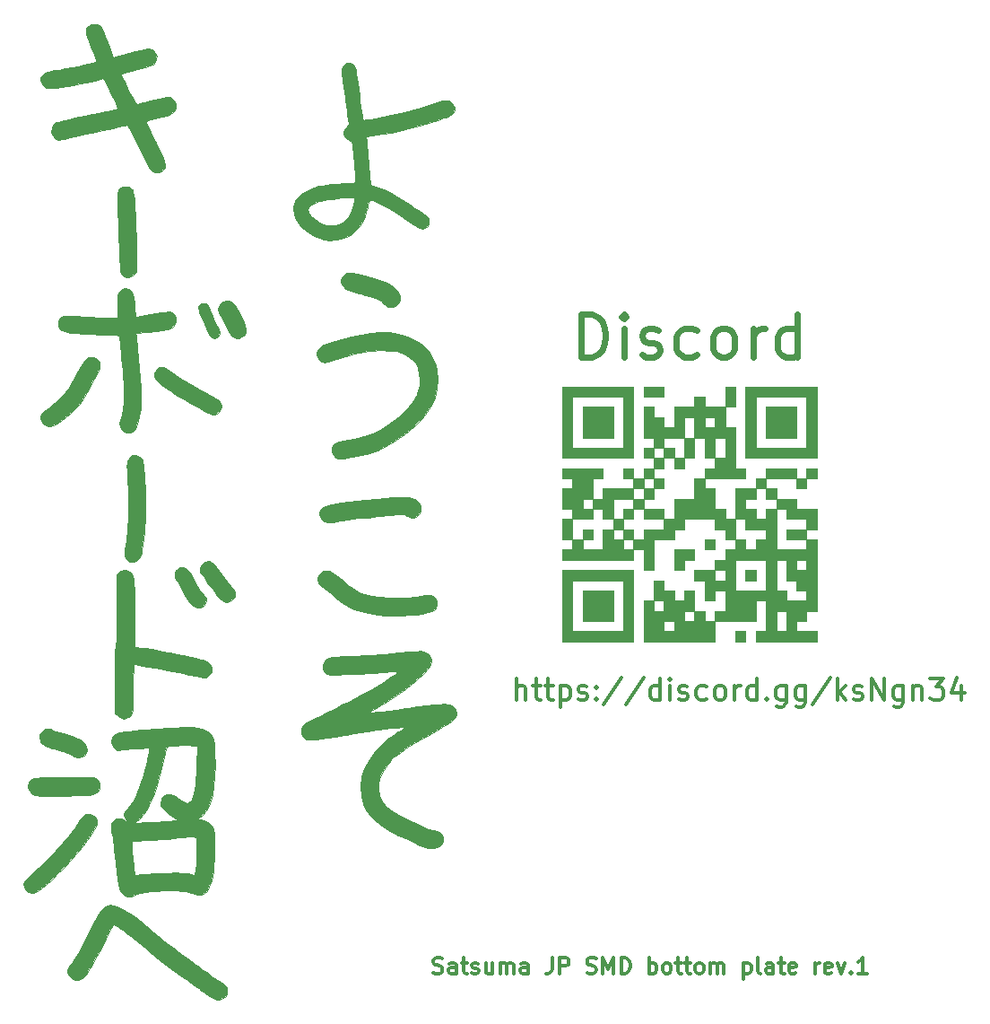
<source format=gto>
G04 #@! TF.GenerationSoftware,KiCad,Pcbnew,5.1.2-f72e74a~84~ubuntu18.04.1*
G04 #@! TF.CreationDate,2019-06-17T18:25:39+09:00*
G04 #@! TF.ProjectId,left-bottom,6c656674-2d62-46f7-9474-6f6d2e6b6963,rev?*
G04 #@! TF.SameCoordinates,Original*
G04 #@! TF.FileFunction,Legend,Top*
G04 #@! TF.FilePolarity,Positive*
%FSLAX46Y46*%
G04 Gerber Fmt 4.6, Leading zero omitted, Abs format (unit mm)*
G04 Created by KiCad (PCBNEW 5.1.2-f72e74a~84~ubuntu18.04.1) date 2019-06-17 18:25:39*
%MOMM*%
%LPD*%
G04 APERTURE LIST*
%ADD10C,0.300000*%
%ADD11C,0.600000*%
%ADD12C,0.010000*%
%ADD13C,0.150000*%
%ADD14C,2.302000*%
G04 APERTURE END LIST*
D10*
X158710714Y-147777142D02*
X158925000Y-147848571D01*
X159282142Y-147848571D01*
X159425000Y-147777142D01*
X159496428Y-147705714D01*
X159567857Y-147562857D01*
X159567857Y-147420000D01*
X159496428Y-147277142D01*
X159425000Y-147205714D01*
X159282142Y-147134285D01*
X158996428Y-147062857D01*
X158853571Y-146991428D01*
X158782142Y-146920000D01*
X158710714Y-146777142D01*
X158710714Y-146634285D01*
X158782142Y-146491428D01*
X158853571Y-146420000D01*
X158996428Y-146348571D01*
X159353571Y-146348571D01*
X159567857Y-146420000D01*
X160853571Y-147848571D02*
X160853571Y-147062857D01*
X160782142Y-146920000D01*
X160639285Y-146848571D01*
X160353571Y-146848571D01*
X160210714Y-146920000D01*
X160853571Y-147777142D02*
X160710714Y-147848571D01*
X160353571Y-147848571D01*
X160210714Y-147777142D01*
X160139285Y-147634285D01*
X160139285Y-147491428D01*
X160210714Y-147348571D01*
X160353571Y-147277142D01*
X160710714Y-147277142D01*
X160853571Y-147205714D01*
X161353571Y-146848571D02*
X161925000Y-146848571D01*
X161567857Y-146348571D02*
X161567857Y-147634285D01*
X161639285Y-147777142D01*
X161782142Y-147848571D01*
X161925000Y-147848571D01*
X162353571Y-147777142D02*
X162496428Y-147848571D01*
X162782142Y-147848571D01*
X162925000Y-147777142D01*
X162996428Y-147634285D01*
X162996428Y-147562857D01*
X162925000Y-147420000D01*
X162782142Y-147348571D01*
X162567857Y-147348571D01*
X162425000Y-147277142D01*
X162353571Y-147134285D01*
X162353571Y-147062857D01*
X162425000Y-146920000D01*
X162567857Y-146848571D01*
X162782142Y-146848571D01*
X162925000Y-146920000D01*
X164282142Y-146848571D02*
X164282142Y-147848571D01*
X163639285Y-146848571D02*
X163639285Y-147634285D01*
X163710714Y-147777142D01*
X163853571Y-147848571D01*
X164067857Y-147848571D01*
X164210714Y-147777142D01*
X164282142Y-147705714D01*
X164996428Y-147848571D02*
X164996428Y-146848571D01*
X164996428Y-146991428D02*
X165067857Y-146920000D01*
X165210714Y-146848571D01*
X165425000Y-146848571D01*
X165567857Y-146920000D01*
X165639285Y-147062857D01*
X165639285Y-147848571D01*
X165639285Y-147062857D02*
X165710714Y-146920000D01*
X165853571Y-146848571D01*
X166067857Y-146848571D01*
X166210714Y-146920000D01*
X166282142Y-147062857D01*
X166282142Y-147848571D01*
X167639285Y-147848571D02*
X167639285Y-147062857D01*
X167567857Y-146920000D01*
X167425000Y-146848571D01*
X167139285Y-146848571D01*
X166996428Y-146920000D01*
X167639285Y-147777142D02*
X167496428Y-147848571D01*
X167139285Y-147848571D01*
X166996428Y-147777142D01*
X166925000Y-147634285D01*
X166925000Y-147491428D01*
X166996428Y-147348571D01*
X167139285Y-147277142D01*
X167496428Y-147277142D01*
X167639285Y-147205714D01*
X169925000Y-146348571D02*
X169925000Y-147420000D01*
X169853571Y-147634285D01*
X169710714Y-147777142D01*
X169496428Y-147848571D01*
X169353571Y-147848571D01*
X170639285Y-147848571D02*
X170639285Y-146348571D01*
X171210714Y-146348571D01*
X171353571Y-146420000D01*
X171425000Y-146491428D01*
X171496428Y-146634285D01*
X171496428Y-146848571D01*
X171425000Y-146991428D01*
X171353571Y-147062857D01*
X171210714Y-147134285D01*
X170639285Y-147134285D01*
X173210714Y-147777142D02*
X173425000Y-147848571D01*
X173782142Y-147848571D01*
X173925000Y-147777142D01*
X173996428Y-147705714D01*
X174067857Y-147562857D01*
X174067857Y-147420000D01*
X173996428Y-147277142D01*
X173925000Y-147205714D01*
X173782142Y-147134285D01*
X173496428Y-147062857D01*
X173353571Y-146991428D01*
X173282142Y-146920000D01*
X173210714Y-146777142D01*
X173210714Y-146634285D01*
X173282142Y-146491428D01*
X173353571Y-146420000D01*
X173496428Y-146348571D01*
X173853571Y-146348571D01*
X174067857Y-146420000D01*
X174710714Y-147848571D02*
X174710714Y-146348571D01*
X175210714Y-147420000D01*
X175710714Y-146348571D01*
X175710714Y-147848571D01*
X176425000Y-147848571D02*
X176425000Y-146348571D01*
X176782142Y-146348571D01*
X176996428Y-146420000D01*
X177139285Y-146562857D01*
X177210714Y-146705714D01*
X177282142Y-146991428D01*
X177282142Y-147205714D01*
X177210714Y-147491428D01*
X177139285Y-147634285D01*
X176996428Y-147777142D01*
X176782142Y-147848571D01*
X176425000Y-147848571D01*
X179067857Y-147848571D02*
X179067857Y-146348571D01*
X179067857Y-146920000D02*
X179210714Y-146848571D01*
X179496428Y-146848571D01*
X179639285Y-146920000D01*
X179710714Y-146991428D01*
X179782142Y-147134285D01*
X179782142Y-147562857D01*
X179710714Y-147705714D01*
X179639285Y-147777142D01*
X179496428Y-147848571D01*
X179210714Y-147848571D01*
X179067857Y-147777142D01*
X180639285Y-147848571D02*
X180496428Y-147777142D01*
X180425000Y-147705714D01*
X180353571Y-147562857D01*
X180353571Y-147134285D01*
X180425000Y-146991428D01*
X180496428Y-146920000D01*
X180639285Y-146848571D01*
X180853571Y-146848571D01*
X180996428Y-146920000D01*
X181067857Y-146991428D01*
X181139285Y-147134285D01*
X181139285Y-147562857D01*
X181067857Y-147705714D01*
X180996428Y-147777142D01*
X180853571Y-147848571D01*
X180639285Y-147848571D01*
X181567857Y-146848571D02*
X182139285Y-146848571D01*
X181782142Y-146348571D02*
X181782142Y-147634285D01*
X181853571Y-147777142D01*
X181996428Y-147848571D01*
X182139285Y-147848571D01*
X182425000Y-146848571D02*
X182996428Y-146848571D01*
X182639285Y-146348571D02*
X182639285Y-147634285D01*
X182710714Y-147777142D01*
X182853571Y-147848571D01*
X182996428Y-147848571D01*
X183710714Y-147848571D02*
X183567857Y-147777142D01*
X183496428Y-147705714D01*
X183425000Y-147562857D01*
X183425000Y-147134285D01*
X183496428Y-146991428D01*
X183567857Y-146920000D01*
X183710714Y-146848571D01*
X183925000Y-146848571D01*
X184067857Y-146920000D01*
X184139285Y-146991428D01*
X184210714Y-147134285D01*
X184210714Y-147562857D01*
X184139285Y-147705714D01*
X184067857Y-147777142D01*
X183925000Y-147848571D01*
X183710714Y-147848571D01*
X184853571Y-147848571D02*
X184853571Y-146848571D01*
X184853571Y-146991428D02*
X184925000Y-146920000D01*
X185067857Y-146848571D01*
X185282142Y-146848571D01*
X185425000Y-146920000D01*
X185496428Y-147062857D01*
X185496428Y-147848571D01*
X185496428Y-147062857D02*
X185567857Y-146920000D01*
X185710714Y-146848571D01*
X185925000Y-146848571D01*
X186067857Y-146920000D01*
X186139285Y-147062857D01*
X186139285Y-147848571D01*
X187996428Y-146848571D02*
X187996428Y-148348571D01*
X187996428Y-146920000D02*
X188139285Y-146848571D01*
X188425000Y-146848571D01*
X188567857Y-146920000D01*
X188639285Y-146991428D01*
X188710714Y-147134285D01*
X188710714Y-147562857D01*
X188639285Y-147705714D01*
X188567857Y-147777142D01*
X188425000Y-147848571D01*
X188139285Y-147848571D01*
X187996428Y-147777142D01*
X189567857Y-147848571D02*
X189425000Y-147777142D01*
X189353571Y-147634285D01*
X189353571Y-146348571D01*
X190782142Y-147848571D02*
X190782142Y-147062857D01*
X190710714Y-146920000D01*
X190567857Y-146848571D01*
X190282142Y-146848571D01*
X190139285Y-146920000D01*
X190782142Y-147777142D02*
X190639285Y-147848571D01*
X190282142Y-147848571D01*
X190139285Y-147777142D01*
X190067857Y-147634285D01*
X190067857Y-147491428D01*
X190139285Y-147348571D01*
X190282142Y-147277142D01*
X190639285Y-147277142D01*
X190782142Y-147205714D01*
X191282142Y-146848571D02*
X191853571Y-146848571D01*
X191496428Y-146348571D02*
X191496428Y-147634285D01*
X191567857Y-147777142D01*
X191710714Y-147848571D01*
X191853571Y-147848571D01*
X192925000Y-147777142D02*
X192782142Y-147848571D01*
X192496428Y-147848571D01*
X192353571Y-147777142D01*
X192282142Y-147634285D01*
X192282142Y-147062857D01*
X192353571Y-146920000D01*
X192496428Y-146848571D01*
X192782142Y-146848571D01*
X192925000Y-146920000D01*
X192996428Y-147062857D01*
X192996428Y-147205714D01*
X192282142Y-147348571D01*
X194782142Y-147848571D02*
X194782142Y-146848571D01*
X194782142Y-147134285D02*
X194853571Y-146991428D01*
X194925000Y-146920000D01*
X195067857Y-146848571D01*
X195210714Y-146848571D01*
X196282142Y-147777142D02*
X196139285Y-147848571D01*
X195853571Y-147848571D01*
X195710714Y-147777142D01*
X195639285Y-147634285D01*
X195639285Y-147062857D01*
X195710714Y-146920000D01*
X195853571Y-146848571D01*
X196139285Y-146848571D01*
X196282142Y-146920000D01*
X196353571Y-147062857D01*
X196353571Y-147205714D01*
X195639285Y-147348571D01*
X196853571Y-146848571D02*
X197210714Y-147848571D01*
X197567857Y-146848571D01*
X198139285Y-147705714D02*
X198210714Y-147777142D01*
X198139285Y-147848571D01*
X198067857Y-147777142D01*
X198139285Y-147705714D01*
X198139285Y-147848571D01*
X199639285Y-147848571D02*
X198782142Y-147848571D01*
X199210714Y-147848571D02*
X199210714Y-146348571D01*
X199067857Y-146562857D01*
X198925000Y-146705714D01*
X198782142Y-146777142D01*
X166577380Y-122029761D02*
X166577380Y-120029761D01*
X167434523Y-122029761D02*
X167434523Y-120982142D01*
X167339285Y-120791666D01*
X167148809Y-120696428D01*
X166863095Y-120696428D01*
X166672619Y-120791666D01*
X166577380Y-120886904D01*
X168101190Y-120696428D02*
X168863095Y-120696428D01*
X168386904Y-120029761D02*
X168386904Y-121744047D01*
X168482142Y-121934523D01*
X168672619Y-122029761D01*
X168863095Y-122029761D01*
X169244047Y-120696428D02*
X170005952Y-120696428D01*
X169529761Y-120029761D02*
X169529761Y-121744047D01*
X169625000Y-121934523D01*
X169815476Y-122029761D01*
X170005952Y-122029761D01*
X170672619Y-120696428D02*
X170672619Y-122696428D01*
X170672619Y-120791666D02*
X170863095Y-120696428D01*
X171244047Y-120696428D01*
X171434523Y-120791666D01*
X171529761Y-120886904D01*
X171625000Y-121077380D01*
X171625000Y-121648809D01*
X171529761Y-121839285D01*
X171434523Y-121934523D01*
X171244047Y-122029761D01*
X170863095Y-122029761D01*
X170672619Y-121934523D01*
X172386904Y-121934523D02*
X172577380Y-122029761D01*
X172958333Y-122029761D01*
X173148809Y-121934523D01*
X173244047Y-121744047D01*
X173244047Y-121648809D01*
X173148809Y-121458333D01*
X172958333Y-121363095D01*
X172672619Y-121363095D01*
X172482142Y-121267857D01*
X172386904Y-121077380D01*
X172386904Y-120982142D01*
X172482142Y-120791666D01*
X172672619Y-120696428D01*
X172958333Y-120696428D01*
X173148809Y-120791666D01*
X174101190Y-121839285D02*
X174196428Y-121934523D01*
X174101190Y-122029761D01*
X174005952Y-121934523D01*
X174101190Y-121839285D01*
X174101190Y-122029761D01*
X174101190Y-120791666D02*
X174196428Y-120886904D01*
X174101190Y-120982142D01*
X174005952Y-120886904D01*
X174101190Y-120791666D01*
X174101190Y-120982142D01*
X176482142Y-119934523D02*
X174767857Y-122505952D01*
X178577380Y-119934523D02*
X176863095Y-122505952D01*
X180101190Y-122029761D02*
X180101190Y-120029761D01*
X180101190Y-121934523D02*
X179910714Y-122029761D01*
X179529761Y-122029761D01*
X179339285Y-121934523D01*
X179244047Y-121839285D01*
X179148809Y-121648809D01*
X179148809Y-121077380D01*
X179244047Y-120886904D01*
X179339285Y-120791666D01*
X179529761Y-120696428D01*
X179910714Y-120696428D01*
X180101190Y-120791666D01*
X181053571Y-122029761D02*
X181053571Y-120696428D01*
X181053571Y-120029761D02*
X180958333Y-120125000D01*
X181053571Y-120220238D01*
X181148809Y-120125000D01*
X181053571Y-120029761D01*
X181053571Y-120220238D01*
X181910714Y-121934523D02*
X182101190Y-122029761D01*
X182482142Y-122029761D01*
X182672619Y-121934523D01*
X182767857Y-121744047D01*
X182767857Y-121648809D01*
X182672619Y-121458333D01*
X182482142Y-121363095D01*
X182196428Y-121363095D01*
X182005952Y-121267857D01*
X181910714Y-121077380D01*
X181910714Y-120982142D01*
X182005952Y-120791666D01*
X182196428Y-120696428D01*
X182482142Y-120696428D01*
X182672619Y-120791666D01*
X184482142Y-121934523D02*
X184291666Y-122029761D01*
X183910714Y-122029761D01*
X183720238Y-121934523D01*
X183625000Y-121839285D01*
X183529761Y-121648809D01*
X183529761Y-121077380D01*
X183625000Y-120886904D01*
X183720238Y-120791666D01*
X183910714Y-120696428D01*
X184291666Y-120696428D01*
X184482142Y-120791666D01*
X185625000Y-122029761D02*
X185434523Y-121934523D01*
X185339285Y-121839285D01*
X185244047Y-121648809D01*
X185244047Y-121077380D01*
X185339285Y-120886904D01*
X185434523Y-120791666D01*
X185625000Y-120696428D01*
X185910714Y-120696428D01*
X186101190Y-120791666D01*
X186196428Y-120886904D01*
X186291666Y-121077380D01*
X186291666Y-121648809D01*
X186196428Y-121839285D01*
X186101190Y-121934523D01*
X185910714Y-122029761D01*
X185625000Y-122029761D01*
X187148809Y-122029761D02*
X187148809Y-120696428D01*
X187148809Y-121077380D02*
X187244047Y-120886904D01*
X187339285Y-120791666D01*
X187529761Y-120696428D01*
X187720238Y-120696428D01*
X189244047Y-122029761D02*
X189244047Y-120029761D01*
X189244047Y-121934523D02*
X189053571Y-122029761D01*
X188672619Y-122029761D01*
X188482142Y-121934523D01*
X188386904Y-121839285D01*
X188291666Y-121648809D01*
X188291666Y-121077380D01*
X188386904Y-120886904D01*
X188482142Y-120791666D01*
X188672619Y-120696428D01*
X189053571Y-120696428D01*
X189244047Y-120791666D01*
X190196428Y-121839285D02*
X190291666Y-121934523D01*
X190196428Y-122029761D01*
X190101190Y-121934523D01*
X190196428Y-121839285D01*
X190196428Y-122029761D01*
X192005952Y-120696428D02*
X192005952Y-122315476D01*
X191910714Y-122505952D01*
X191815476Y-122601190D01*
X191625000Y-122696428D01*
X191339285Y-122696428D01*
X191148809Y-122601190D01*
X192005952Y-121934523D02*
X191815476Y-122029761D01*
X191434523Y-122029761D01*
X191244047Y-121934523D01*
X191148809Y-121839285D01*
X191053571Y-121648809D01*
X191053571Y-121077380D01*
X191148809Y-120886904D01*
X191244047Y-120791666D01*
X191434523Y-120696428D01*
X191815476Y-120696428D01*
X192005952Y-120791666D01*
X193815476Y-120696428D02*
X193815476Y-122315476D01*
X193720238Y-122505952D01*
X193625000Y-122601190D01*
X193434523Y-122696428D01*
X193148809Y-122696428D01*
X192958333Y-122601190D01*
X193815476Y-121934523D02*
X193625000Y-122029761D01*
X193244047Y-122029761D01*
X193053571Y-121934523D01*
X192958333Y-121839285D01*
X192863095Y-121648809D01*
X192863095Y-121077380D01*
X192958333Y-120886904D01*
X193053571Y-120791666D01*
X193244047Y-120696428D01*
X193625000Y-120696428D01*
X193815476Y-120791666D01*
X196196428Y-119934523D02*
X194482142Y-122505952D01*
X196863095Y-122029761D02*
X196863095Y-120029761D01*
X197053571Y-121267857D02*
X197625000Y-122029761D01*
X197625000Y-120696428D02*
X196863095Y-121458333D01*
X198386904Y-121934523D02*
X198577380Y-122029761D01*
X198958333Y-122029761D01*
X199148809Y-121934523D01*
X199244047Y-121744047D01*
X199244047Y-121648809D01*
X199148809Y-121458333D01*
X198958333Y-121363095D01*
X198672619Y-121363095D01*
X198482142Y-121267857D01*
X198386904Y-121077380D01*
X198386904Y-120982142D01*
X198482142Y-120791666D01*
X198672619Y-120696428D01*
X198958333Y-120696428D01*
X199148809Y-120791666D01*
X200101190Y-122029761D02*
X200101190Y-120029761D01*
X201244047Y-122029761D01*
X201244047Y-120029761D01*
X203053571Y-120696428D02*
X203053571Y-122315476D01*
X202958333Y-122505952D01*
X202863095Y-122601190D01*
X202672619Y-122696428D01*
X202386904Y-122696428D01*
X202196428Y-122601190D01*
X203053571Y-121934523D02*
X202863095Y-122029761D01*
X202482142Y-122029761D01*
X202291666Y-121934523D01*
X202196428Y-121839285D01*
X202101190Y-121648809D01*
X202101190Y-121077380D01*
X202196428Y-120886904D01*
X202291666Y-120791666D01*
X202482142Y-120696428D01*
X202863095Y-120696428D01*
X203053571Y-120791666D01*
X204005952Y-120696428D02*
X204005952Y-122029761D01*
X204005952Y-120886904D02*
X204101190Y-120791666D01*
X204291666Y-120696428D01*
X204577380Y-120696428D01*
X204767857Y-120791666D01*
X204863095Y-120982142D01*
X204863095Y-122029761D01*
X205625000Y-120029761D02*
X206863095Y-120029761D01*
X206196428Y-120791666D01*
X206482142Y-120791666D01*
X206672619Y-120886904D01*
X206767857Y-120982142D01*
X206863095Y-121172619D01*
X206863095Y-121648809D01*
X206767857Y-121839285D01*
X206672619Y-121934523D01*
X206482142Y-122029761D01*
X205910714Y-122029761D01*
X205720238Y-121934523D01*
X205625000Y-121839285D01*
X208577380Y-120696428D02*
X208577380Y-122029761D01*
X208101190Y-119934523D02*
X207625000Y-121363095D01*
X208863095Y-121363095D01*
D11*
X172684523Y-89684523D02*
X172684523Y-85684523D01*
X173636904Y-85684523D01*
X174208333Y-85875000D01*
X174589285Y-86255952D01*
X174779761Y-86636904D01*
X174970238Y-87398809D01*
X174970238Y-87970238D01*
X174779761Y-88732142D01*
X174589285Y-89113095D01*
X174208333Y-89494047D01*
X173636904Y-89684523D01*
X172684523Y-89684523D01*
X176684523Y-89684523D02*
X176684523Y-87017857D01*
X176684523Y-85684523D02*
X176494047Y-85875000D01*
X176684523Y-86065476D01*
X176875000Y-85875000D01*
X176684523Y-85684523D01*
X176684523Y-86065476D01*
X178398809Y-89494047D02*
X178779761Y-89684523D01*
X179541666Y-89684523D01*
X179922619Y-89494047D01*
X180113095Y-89113095D01*
X180113095Y-88922619D01*
X179922619Y-88541666D01*
X179541666Y-88351190D01*
X178970238Y-88351190D01*
X178589285Y-88160714D01*
X178398809Y-87779761D01*
X178398809Y-87589285D01*
X178589285Y-87208333D01*
X178970238Y-87017857D01*
X179541666Y-87017857D01*
X179922619Y-87208333D01*
X183541666Y-89494047D02*
X183160714Y-89684523D01*
X182398809Y-89684523D01*
X182017857Y-89494047D01*
X181827380Y-89303571D01*
X181636904Y-88922619D01*
X181636904Y-87779761D01*
X181827380Y-87398809D01*
X182017857Y-87208333D01*
X182398809Y-87017857D01*
X183160714Y-87017857D01*
X183541666Y-87208333D01*
X185827380Y-89684523D02*
X185446428Y-89494047D01*
X185255952Y-89303571D01*
X185065476Y-88922619D01*
X185065476Y-87779761D01*
X185255952Y-87398809D01*
X185446428Y-87208333D01*
X185827380Y-87017857D01*
X186398809Y-87017857D01*
X186779761Y-87208333D01*
X186970238Y-87398809D01*
X187160714Y-87779761D01*
X187160714Y-88922619D01*
X186970238Y-89303571D01*
X186779761Y-89494047D01*
X186398809Y-89684523D01*
X185827380Y-89684523D01*
X188875000Y-89684523D02*
X188875000Y-87017857D01*
X188875000Y-87779761D02*
X189065476Y-87398809D01*
X189255952Y-87208333D01*
X189636904Y-87017857D01*
X190017857Y-87017857D01*
X193065476Y-89684523D02*
X193065476Y-85684523D01*
X193065476Y-89494047D02*
X192684523Y-89684523D01*
X191922619Y-89684523D01*
X191541666Y-89494047D01*
X191351190Y-89303571D01*
X191160714Y-88922619D01*
X191160714Y-87779761D01*
X191351190Y-87398809D01*
X191541666Y-87208333D01*
X191922619Y-87017857D01*
X192684523Y-87017857D01*
X193065476Y-87208333D01*
D12*
G36*
X192971500Y-97292750D02*
G01*
X190082250Y-97292750D01*
X190082250Y-94403500D01*
X192971500Y-94403500D01*
X192971500Y-97292750D01*
X192971500Y-97292750D01*
G37*
X192971500Y-97292750D02*
X190082250Y-97292750D01*
X190082250Y-94403500D01*
X192971500Y-94403500D01*
X192971500Y-97292750D01*
G36*
X175667750Y-97292750D02*
G01*
X172778500Y-97292750D01*
X172778500Y-94403500D01*
X175667750Y-94403500D01*
X175667750Y-97292750D01*
X175667750Y-97292750D01*
G37*
X175667750Y-97292750D02*
X172778500Y-97292750D01*
X172778500Y-94403500D01*
X175667750Y-94403500D01*
X175667750Y-97292750D01*
G36*
X182398750Y-99197750D02*
G01*
X182398750Y-100182000D01*
X181446250Y-100182000D01*
X181446250Y-99197750D01*
X182398750Y-99197750D01*
X182398750Y-99197750D01*
G37*
X182398750Y-99197750D02*
X182398750Y-100182000D01*
X181446250Y-100182000D01*
X181446250Y-99197750D01*
X182398750Y-99197750D01*
G36*
X182398750Y-97292750D02*
G01*
X183351250Y-97292750D01*
X183351250Y-99197750D01*
X182398750Y-99197750D01*
X182398750Y-97292750D01*
X182398750Y-97292750D01*
G37*
X182398750Y-97292750D02*
X183351250Y-97292750D01*
X183351250Y-99197750D01*
X182398750Y-99197750D01*
X182398750Y-97292750D01*
G36*
X180462000Y-99197750D02*
G01*
X180462000Y-98245250D01*
X181446250Y-98245250D01*
X181446250Y-99197750D01*
X180462000Y-99197750D01*
X180462000Y-99197750D01*
G37*
X180462000Y-99197750D02*
X180462000Y-98245250D01*
X181446250Y-98245250D01*
X181446250Y-99197750D01*
X180462000Y-99197750D01*
G36*
X175667750Y-105928750D02*
G01*
X175667750Y-104976250D01*
X176620250Y-104976250D01*
X176620250Y-105928750D01*
X175667750Y-105928750D01*
X175667750Y-105928750D01*
G37*
X175667750Y-105928750D02*
X175667750Y-104976250D01*
X176620250Y-104976250D01*
X176620250Y-105928750D01*
X175667750Y-105928750D01*
G36*
X176620250Y-104023750D02*
G01*
X177572750Y-104023750D01*
X177572750Y-104976250D01*
X176620250Y-104976250D01*
X176620250Y-104023750D01*
X176620250Y-104023750D01*
G37*
X176620250Y-104023750D02*
X177572750Y-104023750D01*
X177572750Y-104976250D01*
X176620250Y-104976250D01*
X176620250Y-104023750D01*
G36*
X177572750Y-103071250D02*
G01*
X178557000Y-103071250D01*
X178557000Y-104023750D01*
X177572750Y-104023750D01*
X177572750Y-103071250D01*
X177572750Y-103071250D01*
G37*
X177572750Y-103071250D02*
X178557000Y-103071250D01*
X178557000Y-104023750D01*
X177572750Y-104023750D01*
X177572750Y-103071250D01*
G36*
X178557000Y-102087000D02*
G01*
X179509500Y-102087000D01*
X179509500Y-103071250D01*
X178557000Y-103071250D01*
X178557000Y-102087000D01*
X178557000Y-102087000D01*
G37*
X178557000Y-102087000D02*
X179509500Y-102087000D01*
X179509500Y-103071250D01*
X178557000Y-103071250D01*
X178557000Y-102087000D01*
G36*
X179509500Y-101134500D02*
G01*
X180462000Y-101134500D01*
X180462000Y-102087000D01*
X179509500Y-102087000D01*
X179509500Y-101134500D01*
X179509500Y-101134500D01*
G37*
X179509500Y-101134500D02*
X180462000Y-101134500D01*
X180462000Y-102087000D01*
X179509500Y-102087000D01*
X179509500Y-101134500D01*
G36*
X180462000Y-104976250D02*
G01*
X178557000Y-104976250D01*
X178557000Y-104023750D01*
X180462000Y-104023750D01*
X180462000Y-104976250D01*
X180462000Y-104976250D01*
G37*
X180462000Y-104976250D02*
X178557000Y-104976250D01*
X178557000Y-104023750D01*
X180462000Y-104023750D01*
X180462000Y-104976250D01*
G36*
X177572750Y-105928750D02*
G01*
X177572750Y-106913000D01*
X176620250Y-106913000D01*
X176620250Y-105928750D01*
X177572750Y-105928750D01*
X177572750Y-105928750D01*
G37*
X177572750Y-105928750D02*
X177572750Y-106913000D01*
X176620250Y-106913000D01*
X176620250Y-105928750D01*
X177572750Y-105928750D01*
G36*
X173731000Y-106913000D02*
G01*
X172778500Y-106913000D01*
X172778500Y-105928750D01*
X173731000Y-105928750D01*
X173731000Y-106913000D01*
X173731000Y-106913000D01*
G37*
X173731000Y-106913000D02*
X172778500Y-106913000D01*
X172778500Y-105928750D01*
X173731000Y-105928750D01*
X173731000Y-106913000D01*
G36*
X189129750Y-110754750D02*
G01*
X188177250Y-110754750D01*
X188177250Y-109802250D01*
X189129750Y-109802250D01*
X189129750Y-110754750D01*
X189129750Y-110754750D01*
G37*
X189129750Y-110754750D02*
X188177250Y-110754750D01*
X188177250Y-109802250D01*
X189129750Y-109802250D01*
X189129750Y-110754750D01*
G36*
X175667750Y-114596500D02*
G01*
X172778500Y-114596500D01*
X172778500Y-111707250D01*
X175667750Y-111707250D01*
X175667750Y-114596500D01*
X175667750Y-114596500D01*
G37*
X175667750Y-114596500D02*
X172778500Y-114596500D01*
X172778500Y-111707250D01*
X175667750Y-111707250D01*
X175667750Y-114596500D01*
G36*
X180462000Y-93451000D02*
G01*
X178557000Y-93451000D01*
X178557000Y-92466750D01*
X180462000Y-92466750D01*
X180462000Y-93451000D01*
X180462000Y-93451000D01*
G37*
X180462000Y-93451000D02*
X178557000Y-93451000D01*
X178557000Y-92466750D01*
X180462000Y-92466750D01*
X180462000Y-93451000D01*
G36*
X194908250Y-99197750D02*
G01*
X188177250Y-99197750D01*
X188177250Y-93451000D01*
X189129750Y-93451000D01*
X189129750Y-98245250D01*
X193924000Y-98245250D01*
X193924000Y-93451000D01*
X189129750Y-93451000D01*
X188177250Y-93451000D01*
X188177250Y-92466750D01*
X194908250Y-92466750D01*
X194908250Y-99197750D01*
X194908250Y-99197750D01*
G37*
X194908250Y-99197750D02*
X188177250Y-99197750D01*
X188177250Y-93451000D01*
X189129750Y-93451000D01*
X189129750Y-98245250D01*
X193924000Y-98245250D01*
X193924000Y-93451000D01*
X189129750Y-93451000D01*
X188177250Y-93451000D01*
X188177250Y-92466750D01*
X194908250Y-92466750D01*
X194908250Y-99197750D01*
G36*
X177572750Y-99197750D02*
G01*
X170841750Y-99197750D01*
X170841750Y-93451000D01*
X171826000Y-93451000D01*
X171826000Y-98245250D01*
X176620250Y-98245250D01*
X176620250Y-93451000D01*
X171826000Y-93451000D01*
X170841750Y-93451000D01*
X170841750Y-92466750D01*
X177572750Y-92466750D01*
X177572750Y-99197750D01*
X177572750Y-99197750D01*
G37*
X177572750Y-99197750D02*
X170841750Y-99197750D01*
X170841750Y-93451000D01*
X171826000Y-93451000D01*
X171826000Y-98245250D01*
X176620250Y-98245250D01*
X176620250Y-93451000D01*
X171826000Y-93451000D01*
X170841750Y-93451000D01*
X170841750Y-92466750D01*
X177572750Y-92466750D01*
X177572750Y-99197750D01*
G36*
X185288000Y-107865500D02*
G01*
X184303750Y-107865500D01*
X184303750Y-106913000D01*
X185288000Y-106913000D01*
X185288000Y-107865500D01*
X185288000Y-107865500D01*
G37*
X185288000Y-107865500D02*
X184303750Y-107865500D01*
X184303750Y-106913000D01*
X185288000Y-106913000D01*
X185288000Y-107865500D01*
G36*
X183351250Y-108818000D02*
G01*
X182398750Y-108818000D01*
X182398750Y-109802250D01*
X181446250Y-109802250D01*
X181446250Y-107865500D01*
X183351250Y-107865500D01*
X183351250Y-108818000D01*
X183351250Y-108818000D01*
G37*
X183351250Y-108818000D02*
X182398750Y-108818000D01*
X182398750Y-109802250D01*
X181446250Y-109802250D01*
X181446250Y-107865500D01*
X183351250Y-107865500D01*
X183351250Y-108818000D01*
G36*
X188177250Y-116533250D02*
G01*
X187193000Y-116533250D01*
X187193000Y-115549000D01*
X188177250Y-115549000D01*
X188177250Y-116533250D01*
X188177250Y-116533250D01*
G37*
X188177250Y-116533250D02*
X187193000Y-116533250D01*
X187193000Y-115549000D01*
X188177250Y-115549000D01*
X188177250Y-116533250D01*
G36*
X193924000Y-102087000D02*
G01*
X192971500Y-102087000D01*
X192971500Y-101134500D01*
X193924000Y-101134500D01*
X193924000Y-102087000D01*
X193924000Y-102087000D01*
G37*
X193924000Y-102087000D02*
X192971500Y-102087000D01*
X192971500Y-101134500D01*
X193924000Y-101134500D01*
X193924000Y-102087000D01*
G36*
X190082250Y-101134500D02*
G01*
X190082250Y-100182000D01*
X192971500Y-100182000D01*
X192971500Y-101134500D01*
X190082250Y-101134500D01*
X190082250Y-101134500D01*
G37*
X190082250Y-101134500D02*
X190082250Y-100182000D01*
X192971500Y-100182000D01*
X192971500Y-101134500D01*
X190082250Y-101134500D01*
G36*
X190082250Y-102087000D02*
G01*
X189129750Y-102087000D01*
X189129750Y-101134500D01*
X190082250Y-101134500D01*
X190082250Y-102087000D01*
X190082250Y-102087000D01*
G37*
X190082250Y-102087000D02*
X189129750Y-102087000D01*
X189129750Y-101134500D01*
X190082250Y-101134500D01*
X190082250Y-102087000D01*
G36*
X189129750Y-103071250D02*
G01*
X188177250Y-103071250D01*
X188177250Y-104023750D01*
X189129750Y-104023750D01*
X189129750Y-104976250D01*
X190082250Y-104976250D01*
X190082250Y-104023750D01*
X191066500Y-104023750D01*
X191066500Y-107865500D01*
X193924000Y-107865500D01*
X193924000Y-106913000D01*
X192019000Y-106913000D01*
X192019000Y-105928750D01*
X193924000Y-105928750D01*
X193924000Y-104976250D01*
X192019000Y-104976250D01*
X192019000Y-104023750D01*
X191066500Y-104023750D01*
X191066500Y-103071250D01*
X192971500Y-103071250D01*
X192971500Y-104023750D01*
X194908250Y-104023750D01*
X194908250Y-105928750D01*
X193924000Y-105928750D01*
X193924000Y-106913000D01*
X194908250Y-106913000D01*
X194908250Y-113644000D01*
X193924000Y-113644000D01*
X193924000Y-114596500D01*
X192971500Y-114596500D01*
X192971500Y-115549000D01*
X194908250Y-115549000D01*
X194908250Y-116533250D01*
X189129750Y-116533250D01*
X189129750Y-115549000D01*
X190082250Y-115549000D01*
X190082250Y-113644000D01*
X191066500Y-113644000D01*
X191066500Y-115549000D01*
X192019000Y-115549000D01*
X192019000Y-113644000D01*
X191066500Y-113644000D01*
X190082250Y-113644000D01*
X190082250Y-112691500D01*
X189129750Y-112691500D01*
X189129750Y-114596500D01*
X185288000Y-114596500D01*
X185288000Y-113644000D01*
X186240500Y-113644000D01*
X186240500Y-111707250D01*
X185288000Y-111707250D01*
X185288000Y-112691500D01*
X184303750Y-112691500D01*
X184303750Y-110754750D01*
X183351250Y-110754750D01*
X183351250Y-109802250D01*
X185288000Y-109802250D01*
X185288000Y-110754750D01*
X186240500Y-110754750D01*
X186240500Y-109802250D01*
X185288000Y-109802250D01*
X185288000Y-108818000D01*
X186240500Y-108818000D01*
X187193000Y-108818000D01*
X187193000Y-111707250D01*
X190082250Y-111707250D01*
X190082250Y-108818000D01*
X191066500Y-108818000D01*
X191066500Y-111707250D01*
X192019000Y-111707250D01*
X192019000Y-112691500D01*
X193924000Y-112691500D01*
X193924000Y-111707250D01*
X192971500Y-111707250D01*
X192971500Y-110754750D01*
X192019000Y-110754750D01*
X192019000Y-108818000D01*
X192971500Y-108818000D01*
X192971500Y-109802250D01*
X193924000Y-109802250D01*
X193924000Y-108818000D01*
X192971500Y-108818000D01*
X192019000Y-108818000D01*
X191066500Y-108818000D01*
X190082250Y-108818000D01*
X187193000Y-108818000D01*
X186240500Y-108818000D01*
X186240500Y-107865500D01*
X187193000Y-107865500D01*
X187193000Y-106913000D01*
X186240500Y-106913000D01*
X186240500Y-105928750D01*
X185288000Y-105928750D01*
X185288000Y-104976250D01*
X182398750Y-104976250D01*
X182398750Y-105928750D01*
X181446250Y-105928750D01*
X181446250Y-106913000D01*
X179509500Y-106913000D01*
X179509500Y-109802250D01*
X178557000Y-109802250D01*
X178557000Y-107865500D01*
X177572750Y-107865500D01*
X177572750Y-108818000D01*
X170841750Y-108818000D01*
X170841750Y-107865500D01*
X171826000Y-107865500D01*
X171826000Y-106913000D01*
X170841750Y-106913000D01*
X170841750Y-104976250D01*
X171826000Y-104976250D01*
X171826000Y-106913000D01*
X172778500Y-106913000D01*
X172778500Y-107865500D01*
X174683500Y-107865500D01*
X174683500Y-105928750D01*
X175667750Y-105928750D01*
X175667750Y-106913000D01*
X176620250Y-106913000D01*
X176620250Y-107865500D01*
X177572750Y-107865500D01*
X177572750Y-106913000D01*
X178557000Y-106913000D01*
X178557000Y-105928750D01*
X180462000Y-105928750D01*
X180462000Y-104976250D01*
X181446250Y-104976250D01*
X181446250Y-103071250D01*
X183351250Y-103071250D01*
X183351250Y-101134500D01*
X184303750Y-101134500D01*
X184303750Y-100182000D01*
X185288000Y-100182000D01*
X185288000Y-99197750D01*
X184303750Y-99197750D01*
X184303750Y-97292750D01*
X185288000Y-97292750D01*
X185288000Y-99197750D01*
X186240500Y-99197750D01*
X186240500Y-97292750D01*
X185288000Y-97292750D01*
X184303750Y-97292750D01*
X183351250Y-97292750D01*
X183351250Y-95356000D01*
X184303750Y-95356000D01*
X184303750Y-96308500D01*
X185288000Y-96308500D01*
X185288000Y-95356000D01*
X184303750Y-95356000D01*
X183351250Y-95356000D01*
X182398750Y-95356000D01*
X182398750Y-97292750D01*
X180462000Y-97292750D01*
X180462000Y-98245250D01*
X179509500Y-98245250D01*
X179509500Y-99197750D01*
X180462000Y-99197750D01*
X180462000Y-100182000D01*
X179509500Y-100182000D01*
X179509500Y-101134500D01*
X178557000Y-101134500D01*
X178557000Y-102087000D01*
X177572750Y-102087000D01*
X177572750Y-103071250D01*
X175667750Y-103071250D01*
X175667750Y-104976250D01*
X174683500Y-104976250D01*
X174683500Y-104023750D01*
X173731000Y-104023750D01*
X173731000Y-104976250D01*
X171826000Y-104976250D01*
X171826000Y-104023750D01*
X170841750Y-104023750D01*
X170841750Y-103071250D01*
X172778500Y-103071250D01*
X172778500Y-104023750D01*
X173731000Y-104023750D01*
X173731000Y-103071250D01*
X172778500Y-103071250D01*
X170841750Y-103071250D01*
X170841750Y-102087000D01*
X171826000Y-102087000D01*
X171826000Y-101134500D01*
X170841750Y-101134500D01*
X170841750Y-100182000D01*
X174683500Y-100182000D01*
X174683500Y-101134500D01*
X173731000Y-101134500D01*
X173731000Y-103071250D01*
X174683500Y-103071250D01*
X174683500Y-102087000D01*
X177572750Y-102087000D01*
X177572750Y-101134500D01*
X178557000Y-101134500D01*
X178557000Y-100182000D01*
X179509500Y-100182000D01*
X179509500Y-99197750D01*
X178557000Y-99197750D01*
X178557000Y-98245250D01*
X179509500Y-98245250D01*
X179509500Y-97292750D01*
X178557000Y-97292750D01*
X178557000Y-94403500D01*
X179509500Y-94403500D01*
X179509500Y-95356000D01*
X180462000Y-95356000D01*
X180462000Y-96308500D01*
X181446250Y-96308500D01*
X181446250Y-94403500D01*
X183351250Y-94403500D01*
X183351250Y-93451000D01*
X184303750Y-93451000D01*
X184303750Y-94403500D01*
X186240500Y-94403500D01*
X186240500Y-96308500D01*
X187193000Y-96308500D01*
X187193000Y-100182000D01*
X188177250Y-100182000D01*
X188177250Y-101134500D01*
X184303750Y-101134500D01*
X184303750Y-102087000D01*
X185288000Y-102087000D01*
X185288000Y-104023750D01*
X186240500Y-104023750D01*
X186240500Y-104976250D01*
X187193000Y-104976250D01*
X187193000Y-106913000D01*
X188177250Y-106913000D01*
X188177250Y-107865500D01*
X189129750Y-107865500D01*
X189129750Y-106913000D01*
X190082250Y-106913000D01*
X190082250Y-105928750D01*
X188177250Y-105928750D01*
X188177250Y-104976250D01*
X187193000Y-104976250D01*
X187193000Y-102087000D01*
X189129750Y-102087000D01*
X189129750Y-103071250D01*
X189129750Y-103071250D01*
G37*
X189129750Y-103071250D02*
X188177250Y-103071250D01*
X188177250Y-104023750D01*
X189129750Y-104023750D01*
X189129750Y-104976250D01*
X190082250Y-104976250D01*
X190082250Y-104023750D01*
X191066500Y-104023750D01*
X191066500Y-107865500D01*
X193924000Y-107865500D01*
X193924000Y-106913000D01*
X192019000Y-106913000D01*
X192019000Y-105928750D01*
X193924000Y-105928750D01*
X193924000Y-104976250D01*
X192019000Y-104976250D01*
X192019000Y-104023750D01*
X191066500Y-104023750D01*
X191066500Y-103071250D01*
X192971500Y-103071250D01*
X192971500Y-104023750D01*
X194908250Y-104023750D01*
X194908250Y-105928750D01*
X193924000Y-105928750D01*
X193924000Y-106913000D01*
X194908250Y-106913000D01*
X194908250Y-113644000D01*
X193924000Y-113644000D01*
X193924000Y-114596500D01*
X192971500Y-114596500D01*
X192971500Y-115549000D01*
X194908250Y-115549000D01*
X194908250Y-116533250D01*
X189129750Y-116533250D01*
X189129750Y-115549000D01*
X190082250Y-115549000D01*
X190082250Y-113644000D01*
X191066500Y-113644000D01*
X191066500Y-115549000D01*
X192019000Y-115549000D01*
X192019000Y-113644000D01*
X191066500Y-113644000D01*
X190082250Y-113644000D01*
X190082250Y-112691500D01*
X189129750Y-112691500D01*
X189129750Y-114596500D01*
X185288000Y-114596500D01*
X185288000Y-113644000D01*
X186240500Y-113644000D01*
X186240500Y-111707250D01*
X185288000Y-111707250D01*
X185288000Y-112691500D01*
X184303750Y-112691500D01*
X184303750Y-110754750D01*
X183351250Y-110754750D01*
X183351250Y-109802250D01*
X185288000Y-109802250D01*
X185288000Y-110754750D01*
X186240500Y-110754750D01*
X186240500Y-109802250D01*
X185288000Y-109802250D01*
X185288000Y-108818000D01*
X186240500Y-108818000D01*
X187193000Y-108818000D01*
X187193000Y-111707250D01*
X190082250Y-111707250D01*
X190082250Y-108818000D01*
X191066500Y-108818000D01*
X191066500Y-111707250D01*
X192019000Y-111707250D01*
X192019000Y-112691500D01*
X193924000Y-112691500D01*
X193924000Y-111707250D01*
X192971500Y-111707250D01*
X192971500Y-110754750D01*
X192019000Y-110754750D01*
X192019000Y-108818000D01*
X192971500Y-108818000D01*
X192971500Y-109802250D01*
X193924000Y-109802250D01*
X193924000Y-108818000D01*
X192971500Y-108818000D01*
X192019000Y-108818000D01*
X191066500Y-108818000D01*
X190082250Y-108818000D01*
X187193000Y-108818000D01*
X186240500Y-108818000D01*
X186240500Y-107865500D01*
X187193000Y-107865500D01*
X187193000Y-106913000D01*
X186240500Y-106913000D01*
X186240500Y-105928750D01*
X185288000Y-105928750D01*
X185288000Y-104976250D01*
X182398750Y-104976250D01*
X182398750Y-105928750D01*
X181446250Y-105928750D01*
X181446250Y-106913000D01*
X179509500Y-106913000D01*
X179509500Y-109802250D01*
X178557000Y-109802250D01*
X178557000Y-107865500D01*
X177572750Y-107865500D01*
X177572750Y-108818000D01*
X170841750Y-108818000D01*
X170841750Y-107865500D01*
X171826000Y-107865500D01*
X171826000Y-106913000D01*
X170841750Y-106913000D01*
X170841750Y-104976250D01*
X171826000Y-104976250D01*
X171826000Y-106913000D01*
X172778500Y-106913000D01*
X172778500Y-107865500D01*
X174683500Y-107865500D01*
X174683500Y-105928750D01*
X175667750Y-105928750D01*
X175667750Y-106913000D01*
X176620250Y-106913000D01*
X176620250Y-107865500D01*
X177572750Y-107865500D01*
X177572750Y-106913000D01*
X178557000Y-106913000D01*
X178557000Y-105928750D01*
X180462000Y-105928750D01*
X180462000Y-104976250D01*
X181446250Y-104976250D01*
X181446250Y-103071250D01*
X183351250Y-103071250D01*
X183351250Y-101134500D01*
X184303750Y-101134500D01*
X184303750Y-100182000D01*
X185288000Y-100182000D01*
X185288000Y-99197750D01*
X184303750Y-99197750D01*
X184303750Y-97292750D01*
X185288000Y-97292750D01*
X185288000Y-99197750D01*
X186240500Y-99197750D01*
X186240500Y-97292750D01*
X185288000Y-97292750D01*
X184303750Y-97292750D01*
X183351250Y-97292750D01*
X183351250Y-95356000D01*
X184303750Y-95356000D01*
X184303750Y-96308500D01*
X185288000Y-96308500D01*
X185288000Y-95356000D01*
X184303750Y-95356000D01*
X183351250Y-95356000D01*
X182398750Y-95356000D01*
X182398750Y-97292750D01*
X180462000Y-97292750D01*
X180462000Y-98245250D01*
X179509500Y-98245250D01*
X179509500Y-99197750D01*
X180462000Y-99197750D01*
X180462000Y-100182000D01*
X179509500Y-100182000D01*
X179509500Y-101134500D01*
X178557000Y-101134500D01*
X178557000Y-102087000D01*
X177572750Y-102087000D01*
X177572750Y-103071250D01*
X175667750Y-103071250D01*
X175667750Y-104976250D01*
X174683500Y-104976250D01*
X174683500Y-104023750D01*
X173731000Y-104023750D01*
X173731000Y-104976250D01*
X171826000Y-104976250D01*
X171826000Y-104023750D01*
X170841750Y-104023750D01*
X170841750Y-103071250D01*
X172778500Y-103071250D01*
X172778500Y-104023750D01*
X173731000Y-104023750D01*
X173731000Y-103071250D01*
X172778500Y-103071250D01*
X170841750Y-103071250D01*
X170841750Y-102087000D01*
X171826000Y-102087000D01*
X171826000Y-101134500D01*
X170841750Y-101134500D01*
X170841750Y-100182000D01*
X174683500Y-100182000D01*
X174683500Y-101134500D01*
X173731000Y-101134500D01*
X173731000Y-103071250D01*
X174683500Y-103071250D01*
X174683500Y-102087000D01*
X177572750Y-102087000D01*
X177572750Y-101134500D01*
X178557000Y-101134500D01*
X178557000Y-100182000D01*
X179509500Y-100182000D01*
X179509500Y-99197750D01*
X178557000Y-99197750D01*
X178557000Y-98245250D01*
X179509500Y-98245250D01*
X179509500Y-97292750D01*
X178557000Y-97292750D01*
X178557000Y-94403500D01*
X179509500Y-94403500D01*
X179509500Y-95356000D01*
X180462000Y-95356000D01*
X180462000Y-96308500D01*
X181446250Y-96308500D01*
X181446250Y-94403500D01*
X183351250Y-94403500D01*
X183351250Y-93451000D01*
X184303750Y-93451000D01*
X184303750Y-94403500D01*
X186240500Y-94403500D01*
X186240500Y-96308500D01*
X187193000Y-96308500D01*
X187193000Y-100182000D01*
X188177250Y-100182000D01*
X188177250Y-101134500D01*
X184303750Y-101134500D01*
X184303750Y-102087000D01*
X185288000Y-102087000D01*
X185288000Y-104023750D01*
X186240500Y-104023750D01*
X186240500Y-104976250D01*
X187193000Y-104976250D01*
X187193000Y-106913000D01*
X188177250Y-106913000D01*
X188177250Y-107865500D01*
X189129750Y-107865500D01*
X189129750Y-106913000D01*
X190082250Y-106913000D01*
X190082250Y-105928750D01*
X188177250Y-105928750D01*
X188177250Y-104976250D01*
X187193000Y-104976250D01*
X187193000Y-102087000D01*
X189129750Y-102087000D01*
X189129750Y-103071250D01*
G36*
X193924000Y-100182000D02*
G01*
X194908250Y-100182000D01*
X194908250Y-101134500D01*
X193924000Y-101134500D01*
X193924000Y-100182000D01*
X193924000Y-100182000D01*
G37*
X193924000Y-100182000D02*
X194908250Y-100182000D01*
X194908250Y-101134500D01*
X193924000Y-101134500D01*
X193924000Y-100182000D01*
G36*
X184303750Y-113644000D02*
G01*
X184303750Y-114596500D01*
X185288000Y-114596500D01*
X185288000Y-116533250D01*
X178557000Y-116533250D01*
X178557000Y-114596500D01*
X180462000Y-114596500D01*
X180462000Y-115549000D01*
X181446250Y-115549000D01*
X181446250Y-114596500D01*
X180462000Y-114596500D01*
X178557000Y-114596500D01*
X178557000Y-112691500D01*
X179509500Y-112691500D01*
X179509500Y-113644000D01*
X180462000Y-113644000D01*
X182398750Y-113644000D01*
X182398750Y-114596500D01*
X183351250Y-114596500D01*
X183351250Y-113644000D01*
X182398750Y-113644000D01*
X180462000Y-113644000D01*
X180462000Y-112691500D01*
X179509500Y-112691500D01*
X179509500Y-110754750D01*
X180462000Y-110754750D01*
X180462000Y-111707250D01*
X181446250Y-111707250D01*
X181446250Y-112691500D01*
X182398750Y-112691500D01*
X182398750Y-111707250D01*
X183351250Y-111707250D01*
X183351250Y-113644000D01*
X184303750Y-113644000D01*
X184303750Y-113644000D01*
G37*
X184303750Y-113644000D02*
X184303750Y-114596500D01*
X185288000Y-114596500D01*
X185288000Y-116533250D01*
X178557000Y-116533250D01*
X178557000Y-114596500D01*
X180462000Y-114596500D01*
X180462000Y-115549000D01*
X181446250Y-115549000D01*
X181446250Y-114596500D01*
X180462000Y-114596500D01*
X178557000Y-114596500D01*
X178557000Y-112691500D01*
X179509500Y-112691500D01*
X179509500Y-113644000D01*
X180462000Y-113644000D01*
X182398750Y-113644000D01*
X182398750Y-114596500D01*
X183351250Y-114596500D01*
X183351250Y-113644000D01*
X182398750Y-113644000D01*
X180462000Y-113644000D01*
X180462000Y-112691500D01*
X179509500Y-112691500D01*
X179509500Y-110754750D01*
X180462000Y-110754750D01*
X180462000Y-111707250D01*
X181446250Y-111707250D01*
X181446250Y-112691500D01*
X182398750Y-112691500D01*
X182398750Y-111707250D01*
X183351250Y-111707250D01*
X183351250Y-113644000D01*
X184303750Y-113644000D01*
G36*
X190082250Y-103071250D02*
G01*
X190082250Y-102087000D01*
X191066500Y-102087000D01*
X191066500Y-103071250D01*
X190082250Y-103071250D01*
X190082250Y-103071250D01*
G37*
X190082250Y-103071250D02*
X190082250Y-102087000D01*
X191066500Y-102087000D01*
X191066500Y-103071250D01*
X190082250Y-103071250D01*
G36*
X186240500Y-92466750D02*
G01*
X187193000Y-92466750D01*
X187193000Y-94403500D01*
X186240500Y-94403500D01*
X186240500Y-92466750D01*
X186240500Y-92466750D01*
G37*
X186240500Y-92466750D02*
X187193000Y-92466750D01*
X187193000Y-94403500D01*
X186240500Y-94403500D01*
X186240500Y-92466750D01*
G36*
X176620250Y-101134500D02*
G01*
X176620250Y-100182000D01*
X177572750Y-100182000D01*
X177572750Y-101134500D01*
X176620250Y-101134500D01*
X176620250Y-101134500D01*
G37*
X176620250Y-101134500D02*
X176620250Y-100182000D01*
X177572750Y-100182000D01*
X177572750Y-101134500D01*
X176620250Y-101134500D01*
G36*
X177572750Y-116533250D02*
G01*
X170841750Y-116533250D01*
X170841750Y-110754750D01*
X171826000Y-110754750D01*
X171826000Y-115549000D01*
X176620250Y-115549000D01*
X176620250Y-110754750D01*
X171826000Y-110754750D01*
X170841750Y-110754750D01*
X170841750Y-109802250D01*
X177572750Y-109802250D01*
X177572750Y-116533250D01*
X177572750Y-116533250D01*
G37*
X177572750Y-116533250D02*
X170841750Y-116533250D01*
X170841750Y-110754750D01*
X171826000Y-110754750D01*
X171826000Y-115549000D01*
X176620250Y-115549000D01*
X176620250Y-110754750D01*
X171826000Y-110754750D01*
X170841750Y-110754750D01*
X170841750Y-109802250D01*
X177572750Y-109802250D01*
X177572750Y-116533250D01*
G36*
X127016687Y-58336849D02*
G01*
X127131813Y-58394357D01*
X127234311Y-58475870D01*
X127334860Y-58601559D01*
X127444142Y-58791597D01*
X127572839Y-59066155D01*
X127731630Y-59445403D01*
X127931197Y-59949514D01*
X128096464Y-60376047D01*
X128491729Y-61400761D01*
X129947198Y-61020755D01*
X130569669Y-60859350D01*
X131051089Y-60739378D01*
X131413991Y-60658522D01*
X131680910Y-60614466D01*
X131874377Y-60604892D01*
X132016927Y-60627484D01*
X132131091Y-60679925D01*
X132239405Y-60759898D01*
X132266292Y-60782307D01*
X132448162Y-60984184D01*
X132561612Y-61199885D01*
X132570254Y-61234217D01*
X132561115Y-61524296D01*
X132457836Y-61831624D01*
X132291138Y-62067796D01*
X132276031Y-62080929D01*
X132155007Y-62134930D01*
X131898819Y-62218901D01*
X131537154Y-62324124D01*
X131099700Y-62441878D01*
X130717749Y-62538597D01*
X130246948Y-62656855D01*
X129833480Y-62765006D01*
X129505440Y-62855356D01*
X129290922Y-62920210D01*
X129219431Y-62948971D01*
X129233654Y-63039182D01*
X129314439Y-63249271D01*
X129447363Y-63550398D01*
X129618007Y-63913729D01*
X129811948Y-64310425D01*
X130014766Y-64711650D01*
X130212039Y-65088568D01*
X130389348Y-65412340D01*
X130532270Y-65654130D01*
X130626385Y-65785102D01*
X130644863Y-65799326D01*
X130760975Y-65793292D01*
X131007963Y-65749092D01*
X131353440Y-65673490D01*
X131765017Y-65573248D01*
X131923118Y-65532434D01*
X132383818Y-65415983D01*
X132822306Y-65312770D01*
X133194933Y-65232561D01*
X133458052Y-65185125D01*
X133498854Y-65179835D01*
X133756635Y-65162911D01*
X133924941Y-65203564D01*
X134080756Y-65328299D01*
X134155021Y-65405736D01*
X134360727Y-65723601D01*
X134399794Y-66063866D01*
X134282538Y-66418671D01*
X134140552Y-66588436D01*
X133888188Y-66746972D01*
X133510609Y-66900371D01*
X132992979Y-67054727D01*
X132364665Y-67206315D01*
X132015174Y-67290963D01*
X131737563Y-67370904D01*
X131566842Y-67435296D01*
X131529667Y-67464871D01*
X131566165Y-67561884D01*
X131666781Y-67781577D01*
X131818195Y-68096043D01*
X132007086Y-68477372D01*
X132116077Y-68693567D01*
X132491722Y-69437539D01*
X132794124Y-70047404D01*
X133028385Y-70539177D01*
X133199603Y-70928874D01*
X133312878Y-71232508D01*
X133373309Y-71466094D01*
X133385996Y-71645648D01*
X133356038Y-71787184D01*
X133288536Y-71906717D01*
X133188588Y-72020261D01*
X133178596Y-72030314D01*
X132873525Y-72239649D01*
X132518758Y-72292773D01*
X132404010Y-72280740D01*
X132180903Y-72187387D01*
X131959724Y-71967192D01*
X131730039Y-71606767D01*
X131485570Y-71102166D01*
X131288852Y-70671071D01*
X131063102Y-70201534D01*
X130820858Y-69716941D01*
X130574657Y-69240679D01*
X130337039Y-68796135D01*
X130120541Y-68406694D01*
X129937700Y-68095743D01*
X129801055Y-67886668D01*
X129723144Y-67802857D01*
X129716673Y-67802737D01*
X129589037Y-67837772D01*
X129322868Y-67901830D01*
X128945311Y-67988947D01*
X128483510Y-68093155D01*
X127964610Y-68208487D01*
X127415757Y-68328978D01*
X126864096Y-68448661D01*
X126336772Y-68561569D01*
X125860929Y-68661737D01*
X125463714Y-68743197D01*
X125222000Y-68790657D01*
X124795093Y-68876727D01*
X124384580Y-68968274D01*
X124046374Y-69052394D01*
X123884429Y-69099352D01*
X123601281Y-69167052D01*
X123348854Y-69187546D01*
X123263379Y-69177399D01*
X122960365Y-69024068D01*
X122749951Y-68766951D01*
X122644602Y-68450480D01*
X122656782Y-68119085D01*
X122798957Y-67817197D01*
X122861785Y-67745973D01*
X122974590Y-67644424D01*
X123104344Y-67560147D01*
X123276680Y-67485069D01*
X123517231Y-67411119D01*
X123851629Y-67330227D01*
X124305509Y-67234321D01*
X124798667Y-67136093D01*
X125273009Y-67040369D01*
X125853471Y-66919378D01*
X126481103Y-66785622D01*
X127096957Y-66651600D01*
X127393951Y-66585736D01*
X127873666Y-66478980D01*
X128293936Y-66386342D01*
X128627834Y-66313685D01*
X128848433Y-66266871D01*
X128928276Y-66251667D01*
X128903000Y-66180853D01*
X128815289Y-65987359D01*
X128679139Y-65699608D01*
X128508547Y-65346022D01*
X128317509Y-64955024D01*
X128120022Y-64555037D01*
X127930082Y-64174482D01*
X127761687Y-63841782D01*
X127628833Y-63585360D01*
X127545516Y-63433638D01*
X127526965Y-63406076D01*
X127435975Y-63413854D01*
X127232482Y-63467566D01*
X126997701Y-63543125D01*
X126738458Y-63616112D01*
X126345734Y-63706429D01*
X125853759Y-63808024D01*
X125296763Y-63914845D01*
X124708977Y-64020839D01*
X124124629Y-64119954D01*
X123577952Y-64206139D01*
X123103173Y-64273340D01*
X122734525Y-64315506D01*
X122566072Y-64326678D01*
X122287295Y-64323769D01*
X122107602Y-64277818D01*
X121957622Y-64163000D01*
X121867572Y-64066639D01*
X121670308Y-63758239D01*
X121636288Y-63441390D01*
X121720065Y-63169398D01*
X121917701Y-62938440D01*
X122271326Y-62767411D01*
X122778044Y-62657682D01*
X122809000Y-62653618D01*
X123377044Y-62574144D01*
X123970405Y-62478819D01*
X124565689Y-62372679D01*
X125139506Y-62260761D01*
X125668461Y-62148102D01*
X126129163Y-62039739D01*
X126498220Y-61940708D01*
X126752238Y-61856048D01*
X126867825Y-61790794D01*
X126872371Y-61778696D01*
X126842725Y-61684659D01*
X126761102Y-61460576D01*
X126637809Y-61133865D01*
X126483155Y-60731942D01*
X126360572Y-60417499D01*
X126151250Y-59870192D01*
X126007713Y-59452903D01*
X125927089Y-59140856D01*
X125906507Y-58909279D01*
X125943097Y-58733397D01*
X126033986Y-58588436D01*
X126136559Y-58484653D01*
X126450676Y-58294246D01*
X126792130Y-58270449D01*
X127016687Y-58336849D01*
X127016687Y-58336849D01*
G37*
X127016687Y-58336849D02*
X127131813Y-58394357D01*
X127234311Y-58475870D01*
X127334860Y-58601559D01*
X127444142Y-58791597D01*
X127572839Y-59066155D01*
X127731630Y-59445403D01*
X127931197Y-59949514D01*
X128096464Y-60376047D01*
X128491729Y-61400761D01*
X129947198Y-61020755D01*
X130569669Y-60859350D01*
X131051089Y-60739378D01*
X131413991Y-60658522D01*
X131680910Y-60614466D01*
X131874377Y-60604892D01*
X132016927Y-60627484D01*
X132131091Y-60679925D01*
X132239405Y-60759898D01*
X132266292Y-60782307D01*
X132448162Y-60984184D01*
X132561612Y-61199885D01*
X132570254Y-61234217D01*
X132561115Y-61524296D01*
X132457836Y-61831624D01*
X132291138Y-62067796D01*
X132276031Y-62080929D01*
X132155007Y-62134930D01*
X131898819Y-62218901D01*
X131537154Y-62324124D01*
X131099700Y-62441878D01*
X130717749Y-62538597D01*
X130246948Y-62656855D01*
X129833480Y-62765006D01*
X129505440Y-62855356D01*
X129290922Y-62920210D01*
X129219431Y-62948971D01*
X129233654Y-63039182D01*
X129314439Y-63249271D01*
X129447363Y-63550398D01*
X129618007Y-63913729D01*
X129811948Y-64310425D01*
X130014766Y-64711650D01*
X130212039Y-65088568D01*
X130389348Y-65412340D01*
X130532270Y-65654130D01*
X130626385Y-65785102D01*
X130644863Y-65799326D01*
X130760975Y-65793292D01*
X131007963Y-65749092D01*
X131353440Y-65673490D01*
X131765017Y-65573248D01*
X131923118Y-65532434D01*
X132383818Y-65415983D01*
X132822306Y-65312770D01*
X133194933Y-65232561D01*
X133458052Y-65185125D01*
X133498854Y-65179835D01*
X133756635Y-65162911D01*
X133924941Y-65203564D01*
X134080756Y-65328299D01*
X134155021Y-65405736D01*
X134360727Y-65723601D01*
X134399794Y-66063866D01*
X134282538Y-66418671D01*
X134140552Y-66588436D01*
X133888188Y-66746972D01*
X133510609Y-66900371D01*
X132992979Y-67054727D01*
X132364665Y-67206315D01*
X132015174Y-67290963D01*
X131737563Y-67370904D01*
X131566842Y-67435296D01*
X131529667Y-67464871D01*
X131566165Y-67561884D01*
X131666781Y-67781577D01*
X131818195Y-68096043D01*
X132007086Y-68477372D01*
X132116077Y-68693567D01*
X132491722Y-69437539D01*
X132794124Y-70047404D01*
X133028385Y-70539177D01*
X133199603Y-70928874D01*
X133312878Y-71232508D01*
X133373309Y-71466094D01*
X133385996Y-71645648D01*
X133356038Y-71787184D01*
X133288536Y-71906717D01*
X133188588Y-72020261D01*
X133178596Y-72030314D01*
X132873525Y-72239649D01*
X132518758Y-72292773D01*
X132404010Y-72280740D01*
X132180903Y-72187387D01*
X131959724Y-71967192D01*
X131730039Y-71606767D01*
X131485570Y-71102166D01*
X131288852Y-70671071D01*
X131063102Y-70201534D01*
X130820858Y-69716941D01*
X130574657Y-69240679D01*
X130337039Y-68796135D01*
X130120541Y-68406694D01*
X129937700Y-68095743D01*
X129801055Y-67886668D01*
X129723144Y-67802857D01*
X129716673Y-67802737D01*
X129589037Y-67837772D01*
X129322868Y-67901830D01*
X128945311Y-67988947D01*
X128483510Y-68093155D01*
X127964610Y-68208487D01*
X127415757Y-68328978D01*
X126864096Y-68448661D01*
X126336772Y-68561569D01*
X125860929Y-68661737D01*
X125463714Y-68743197D01*
X125222000Y-68790657D01*
X124795093Y-68876727D01*
X124384580Y-68968274D01*
X124046374Y-69052394D01*
X123884429Y-69099352D01*
X123601281Y-69167052D01*
X123348854Y-69187546D01*
X123263379Y-69177399D01*
X122960365Y-69024068D01*
X122749951Y-68766951D01*
X122644602Y-68450480D01*
X122656782Y-68119085D01*
X122798957Y-67817197D01*
X122861785Y-67745973D01*
X122974590Y-67644424D01*
X123104344Y-67560147D01*
X123276680Y-67485069D01*
X123517231Y-67411119D01*
X123851629Y-67330227D01*
X124305509Y-67234321D01*
X124798667Y-67136093D01*
X125273009Y-67040369D01*
X125853471Y-66919378D01*
X126481103Y-66785622D01*
X127096957Y-66651600D01*
X127393951Y-66585736D01*
X127873666Y-66478980D01*
X128293936Y-66386342D01*
X128627834Y-66313685D01*
X128848433Y-66266871D01*
X128928276Y-66251667D01*
X128903000Y-66180853D01*
X128815289Y-65987359D01*
X128679139Y-65699608D01*
X128508547Y-65346022D01*
X128317509Y-64955024D01*
X128120022Y-64555037D01*
X127930082Y-64174482D01*
X127761687Y-63841782D01*
X127628833Y-63585360D01*
X127545516Y-63433638D01*
X127526965Y-63406076D01*
X127435975Y-63413854D01*
X127232482Y-63467566D01*
X126997701Y-63543125D01*
X126738458Y-63616112D01*
X126345734Y-63706429D01*
X125853759Y-63808024D01*
X125296763Y-63914845D01*
X124708977Y-64020839D01*
X124124629Y-64119954D01*
X123577952Y-64206139D01*
X123103173Y-64273340D01*
X122734525Y-64315506D01*
X122566072Y-64326678D01*
X122287295Y-64323769D01*
X122107602Y-64277818D01*
X121957622Y-64163000D01*
X121867572Y-64066639D01*
X121670308Y-63758239D01*
X121636288Y-63441390D01*
X121720065Y-63169398D01*
X121917701Y-62938440D01*
X122271326Y-62767411D01*
X122778044Y-62657682D01*
X122809000Y-62653618D01*
X123377044Y-62574144D01*
X123970405Y-62478819D01*
X124565689Y-62372679D01*
X125139506Y-62260761D01*
X125668461Y-62148102D01*
X126129163Y-62039739D01*
X126498220Y-61940708D01*
X126752238Y-61856048D01*
X126867825Y-61790794D01*
X126872371Y-61778696D01*
X126842725Y-61684659D01*
X126761102Y-61460576D01*
X126637809Y-61133865D01*
X126483155Y-60731942D01*
X126360572Y-60417499D01*
X126151250Y-59870192D01*
X126007713Y-59452903D01*
X125927089Y-59140856D01*
X125906507Y-58909279D01*
X125943097Y-58733397D01*
X126033986Y-58588436D01*
X126136559Y-58484653D01*
X126450676Y-58294246D01*
X126792130Y-58270449D01*
X127016687Y-58336849D01*
G36*
X150824540Y-61961696D02*
G01*
X151103790Y-62114635D01*
X151114259Y-62124167D01*
X151212454Y-62238837D01*
X151295740Y-62398194D01*
X151369020Y-62623809D01*
X151437200Y-62937253D01*
X151505183Y-63360095D01*
X151577873Y-63913908D01*
X151638789Y-64431334D01*
X151706250Y-65001352D01*
X151776950Y-65561854D01*
X151847214Y-66087212D01*
X151913370Y-66551797D01*
X151971742Y-66929980D01*
X152018658Y-67196131D01*
X152050444Y-67324622D01*
X152054505Y-67331394D01*
X152143858Y-67327565D01*
X152372935Y-67297752D01*
X152714815Y-67246018D01*
X153142575Y-67176424D01*
X153597654Y-67098571D01*
X154723175Y-66875796D01*
X155942423Y-66583655D01*
X157272829Y-66217626D01*
X158731824Y-65773184D01*
X158855784Y-65733734D01*
X159285585Y-65598378D01*
X159588539Y-65510919D01*
X159798582Y-65466129D01*
X159949653Y-65458779D01*
X160075687Y-65483639D01*
X160192331Y-65527796D01*
X160474801Y-65722135D01*
X160619573Y-65958804D01*
X160695093Y-66174970D01*
X160691874Y-66341804D01*
X160606238Y-66552920D01*
X160595359Y-66575257D01*
X160526364Y-66702462D01*
X160443393Y-66801487D01*
X160317447Y-66887690D01*
X160119527Y-66976429D01*
X159820635Y-67083063D01*
X159391771Y-67222950D01*
X159342667Y-67238702D01*
X157649844Y-67755200D01*
X156091116Y-68176021D01*
X154661717Y-68502396D01*
X153896417Y-68647793D01*
X152344834Y-68918667D01*
X152383916Y-69299667D01*
X152402377Y-69496437D01*
X152431883Y-69831051D01*
X152469786Y-70272574D01*
X152513441Y-70790073D01*
X152560202Y-71352612D01*
X152576744Y-71553592D01*
X152730489Y-73426518D01*
X153242578Y-73579642D01*
X153792153Y-73780448D01*
X154426772Y-74073822D01*
X155105765Y-74438890D01*
X155788461Y-74854775D01*
X156003050Y-74996521D01*
X156404001Y-75266207D01*
X156828676Y-75550798D01*
X157213657Y-75807837D01*
X157395334Y-75928603D01*
X157765114Y-76177297D01*
X158015248Y-76360024D01*
X158168973Y-76501692D01*
X158249529Y-76627205D01*
X158280153Y-76761469D01*
X158284334Y-76881376D01*
X158224856Y-77177487D01*
X158060304Y-77389376D01*
X157850131Y-77540960D01*
X157630973Y-77593902D01*
X157375508Y-77542661D01*
X157056415Y-77381696D01*
X156646370Y-77105467D01*
X156640912Y-77101521D01*
X155776314Y-76489966D01*
X155025364Y-75989006D01*
X154378795Y-75592761D01*
X153827340Y-75295355D01*
X153688150Y-75228731D01*
X153273271Y-75035227D01*
X152986111Y-74913388D01*
X152797284Y-74871701D01*
X152677403Y-74918653D01*
X152597082Y-75062731D01*
X152526933Y-75312424D01*
X152461079Y-75583131D01*
X152346653Y-75998234D01*
X152212481Y-76418024D01*
X152082707Y-76768453D01*
X152048399Y-76848637D01*
X151760540Y-77326381D01*
X151354013Y-77781819D01*
X150877573Y-78167283D01*
X150459938Y-78401709D01*
X149999771Y-78548612D01*
X149452466Y-78637851D01*
X148892606Y-78661960D01*
X148394776Y-78613469D01*
X148378334Y-78610147D01*
X147924470Y-78470163D01*
X147416251Y-78240091D01*
X146915574Y-77952969D01*
X146484334Y-77641832D01*
X146361687Y-77533777D01*
X145966029Y-77075352D01*
X145684758Y-76567110D01*
X145526711Y-76039934D01*
X145511729Y-75742847D01*
X146854334Y-75742847D01*
X146932901Y-76061039D01*
X147150299Y-76387554D01*
X147479071Y-76698742D01*
X147891759Y-76970955D01*
X148360906Y-77180542D01*
X148609852Y-77254903D01*
X148970366Y-77299567D01*
X149379794Y-77284152D01*
X149760472Y-77215519D01*
X149979074Y-77133942D01*
X150370405Y-76846053D01*
X150701113Y-76444647D01*
X150903270Y-76045370D01*
X151025436Y-75683531D01*
X151127461Y-75324709D01*
X151200392Y-75007901D01*
X151235275Y-74772102D01*
X151223157Y-74656308D01*
X151222395Y-74655507D01*
X151107255Y-74630651D01*
X150856967Y-74627545D01*
X150503873Y-74643019D01*
X150080315Y-74673907D01*
X149618635Y-74717042D01*
X149151176Y-74769255D01*
X148710279Y-74827380D01*
X148328286Y-74888249D01*
X148037540Y-74948695D01*
X147938418Y-74977120D01*
X147504933Y-75151862D01*
X147163367Y-75348411D01*
X146938326Y-75549389D01*
X146854413Y-75737416D01*
X146854334Y-75742847D01*
X145511729Y-75742847D01*
X145500727Y-75524708D01*
X145615642Y-75052317D01*
X145637640Y-75003500D01*
X145877516Y-74659965D01*
X146251927Y-74323500D01*
X146726727Y-74016034D01*
X147267770Y-73759494D01*
X147840912Y-73575811D01*
X147872346Y-73568338D01*
X148192000Y-73509375D01*
X148633662Y-73448865D01*
X149150117Y-73391374D01*
X149694150Y-73341469D01*
X150218546Y-73303717D01*
X150676090Y-73282685D01*
X150854834Y-73279874D01*
X151134702Y-73271212D01*
X151283082Y-73238869D01*
X151337377Y-73171381D01*
X151341128Y-73130834D01*
X151333343Y-72957600D01*
X151312638Y-72652914D01*
X151281939Y-72250782D01*
X151244171Y-71785208D01*
X151202259Y-71290199D01*
X151159128Y-70799759D01*
X151117703Y-70347895D01*
X151080910Y-69968613D01*
X151051674Y-69695917D01*
X151035233Y-69574834D01*
X150963869Y-69376635D01*
X150860294Y-69299667D01*
X150860065Y-69299667D01*
X150688178Y-69230700D01*
X150497335Y-69060024D01*
X150334339Y-68841973D01*
X150245988Y-68630882D01*
X150241000Y-68580947D01*
X150320795Y-68221170D01*
X150541438Y-67907847D01*
X150590354Y-67863839D01*
X150685408Y-67752150D01*
X150704371Y-67603563D01*
X150664943Y-67385872D01*
X150630872Y-67198223D01*
X150581877Y-66873206D01*
X150522193Y-66441699D01*
X150456050Y-65934580D01*
X150387681Y-65382726D01*
X150369009Y-65226872D01*
X150300135Y-64667345D01*
X150231265Y-64143369D01*
X150166823Y-63686012D01*
X150111233Y-63326341D01*
X150068920Y-63095422D01*
X150060282Y-63058937D01*
X150007293Y-62646058D01*
X150092658Y-62316786D01*
X150257990Y-62105343D01*
X150526966Y-61958255D01*
X150824540Y-61961696D01*
X150824540Y-61961696D01*
G37*
X150824540Y-61961696D02*
X151103790Y-62114635D01*
X151114259Y-62124167D01*
X151212454Y-62238837D01*
X151295740Y-62398194D01*
X151369020Y-62623809D01*
X151437200Y-62937253D01*
X151505183Y-63360095D01*
X151577873Y-63913908D01*
X151638789Y-64431334D01*
X151706250Y-65001352D01*
X151776950Y-65561854D01*
X151847214Y-66087212D01*
X151913370Y-66551797D01*
X151971742Y-66929980D01*
X152018658Y-67196131D01*
X152050444Y-67324622D01*
X152054505Y-67331394D01*
X152143858Y-67327565D01*
X152372935Y-67297752D01*
X152714815Y-67246018D01*
X153142575Y-67176424D01*
X153597654Y-67098571D01*
X154723175Y-66875796D01*
X155942423Y-66583655D01*
X157272829Y-66217626D01*
X158731824Y-65773184D01*
X158855784Y-65733734D01*
X159285585Y-65598378D01*
X159588539Y-65510919D01*
X159798582Y-65466129D01*
X159949653Y-65458779D01*
X160075687Y-65483639D01*
X160192331Y-65527796D01*
X160474801Y-65722135D01*
X160619573Y-65958804D01*
X160695093Y-66174970D01*
X160691874Y-66341804D01*
X160606238Y-66552920D01*
X160595359Y-66575257D01*
X160526364Y-66702462D01*
X160443393Y-66801487D01*
X160317447Y-66887690D01*
X160119527Y-66976429D01*
X159820635Y-67083063D01*
X159391771Y-67222950D01*
X159342667Y-67238702D01*
X157649844Y-67755200D01*
X156091116Y-68176021D01*
X154661717Y-68502396D01*
X153896417Y-68647793D01*
X152344834Y-68918667D01*
X152383916Y-69299667D01*
X152402377Y-69496437D01*
X152431883Y-69831051D01*
X152469786Y-70272574D01*
X152513441Y-70790073D01*
X152560202Y-71352612D01*
X152576744Y-71553592D01*
X152730489Y-73426518D01*
X153242578Y-73579642D01*
X153792153Y-73780448D01*
X154426772Y-74073822D01*
X155105765Y-74438890D01*
X155788461Y-74854775D01*
X156003050Y-74996521D01*
X156404001Y-75266207D01*
X156828676Y-75550798D01*
X157213657Y-75807837D01*
X157395334Y-75928603D01*
X157765114Y-76177297D01*
X158015248Y-76360024D01*
X158168973Y-76501692D01*
X158249529Y-76627205D01*
X158280153Y-76761469D01*
X158284334Y-76881376D01*
X158224856Y-77177487D01*
X158060304Y-77389376D01*
X157850131Y-77540960D01*
X157630973Y-77593902D01*
X157375508Y-77542661D01*
X157056415Y-77381696D01*
X156646370Y-77105467D01*
X156640912Y-77101521D01*
X155776314Y-76489966D01*
X155025364Y-75989006D01*
X154378795Y-75592761D01*
X153827340Y-75295355D01*
X153688150Y-75228731D01*
X153273271Y-75035227D01*
X152986111Y-74913388D01*
X152797284Y-74871701D01*
X152677403Y-74918653D01*
X152597082Y-75062731D01*
X152526933Y-75312424D01*
X152461079Y-75583131D01*
X152346653Y-75998234D01*
X152212481Y-76418024D01*
X152082707Y-76768453D01*
X152048399Y-76848637D01*
X151760540Y-77326381D01*
X151354013Y-77781819D01*
X150877573Y-78167283D01*
X150459938Y-78401709D01*
X149999771Y-78548612D01*
X149452466Y-78637851D01*
X148892606Y-78661960D01*
X148394776Y-78613469D01*
X148378334Y-78610147D01*
X147924470Y-78470163D01*
X147416251Y-78240091D01*
X146915574Y-77952969D01*
X146484334Y-77641832D01*
X146361687Y-77533777D01*
X145966029Y-77075352D01*
X145684758Y-76567110D01*
X145526711Y-76039934D01*
X145511729Y-75742847D01*
X146854334Y-75742847D01*
X146932901Y-76061039D01*
X147150299Y-76387554D01*
X147479071Y-76698742D01*
X147891759Y-76970955D01*
X148360906Y-77180542D01*
X148609852Y-77254903D01*
X148970366Y-77299567D01*
X149379794Y-77284152D01*
X149760472Y-77215519D01*
X149979074Y-77133942D01*
X150370405Y-76846053D01*
X150701113Y-76444647D01*
X150903270Y-76045370D01*
X151025436Y-75683531D01*
X151127461Y-75324709D01*
X151200392Y-75007901D01*
X151235275Y-74772102D01*
X151223157Y-74656308D01*
X151222395Y-74655507D01*
X151107255Y-74630651D01*
X150856967Y-74627545D01*
X150503873Y-74643019D01*
X150080315Y-74673907D01*
X149618635Y-74717042D01*
X149151176Y-74769255D01*
X148710279Y-74827380D01*
X148328286Y-74888249D01*
X148037540Y-74948695D01*
X147938418Y-74977120D01*
X147504933Y-75151862D01*
X147163367Y-75348411D01*
X146938326Y-75549389D01*
X146854413Y-75737416D01*
X146854334Y-75742847D01*
X145511729Y-75742847D01*
X145500727Y-75524708D01*
X145615642Y-75052317D01*
X145637640Y-75003500D01*
X145877516Y-74659965D01*
X146251927Y-74323500D01*
X146726727Y-74016034D01*
X147267770Y-73759494D01*
X147840912Y-73575811D01*
X147872346Y-73568338D01*
X148192000Y-73509375D01*
X148633662Y-73448865D01*
X149150117Y-73391374D01*
X149694150Y-73341469D01*
X150218546Y-73303717D01*
X150676090Y-73282685D01*
X150854834Y-73279874D01*
X151134702Y-73271212D01*
X151283082Y-73238869D01*
X151337377Y-73171381D01*
X151341128Y-73130834D01*
X151333343Y-72957600D01*
X151312638Y-72652914D01*
X151281939Y-72250782D01*
X151244171Y-71785208D01*
X151202259Y-71290199D01*
X151159128Y-70799759D01*
X151117703Y-70347895D01*
X151080910Y-69968613D01*
X151051674Y-69695917D01*
X151035233Y-69574834D01*
X150963869Y-69376635D01*
X150860294Y-69299667D01*
X150860065Y-69299667D01*
X150688178Y-69230700D01*
X150497335Y-69060024D01*
X150334339Y-68841973D01*
X150245988Y-68630882D01*
X150241000Y-68580947D01*
X150320795Y-68221170D01*
X150541438Y-67907847D01*
X150590354Y-67863839D01*
X150685408Y-67752150D01*
X150704371Y-67603563D01*
X150664943Y-67385872D01*
X150630872Y-67198223D01*
X150581877Y-66873206D01*
X150522193Y-66441699D01*
X150456050Y-65934580D01*
X150387681Y-65382726D01*
X150369009Y-65226872D01*
X150300135Y-64667345D01*
X150231265Y-64143369D01*
X150166823Y-63686012D01*
X150111233Y-63326341D01*
X150068920Y-63095422D01*
X150060282Y-63058937D01*
X150007293Y-62646058D01*
X150092658Y-62316786D01*
X150257990Y-62105343D01*
X150526966Y-61958255D01*
X150824540Y-61961696D01*
G36*
X129965751Y-73643737D02*
G01*
X130233865Y-73834528D01*
X130292826Y-73911881D01*
X130355321Y-74086736D01*
X130412429Y-74413857D01*
X130464316Y-74895806D01*
X130511152Y-75535148D01*
X130553104Y-76334446D01*
X130590341Y-77296262D01*
X130623030Y-78423162D01*
X130641564Y-79228447D01*
X130692799Y-81664227D01*
X130440412Y-81916614D01*
X130133429Y-82127403D01*
X129812365Y-82176004D01*
X129501382Y-82062429D01*
X129329321Y-81916057D01*
X129093037Y-81663114D01*
X129043429Y-79905224D01*
X129023509Y-79252895D01*
X128997871Y-78493358D01*
X128968756Y-77688552D01*
X128938407Y-76900416D01*
X128909065Y-76190887D01*
X128908574Y-76179533D01*
X128880533Y-75496296D01*
X128864789Y-74961387D01*
X128864573Y-74554042D01*
X128883117Y-74253499D01*
X128923652Y-74038994D01*
X128989410Y-73889765D01*
X129083623Y-73785049D01*
X129209523Y-73704082D01*
X129300955Y-73658578D01*
X129637195Y-73580596D01*
X129965751Y-73643737D01*
X129965751Y-73643737D01*
G37*
X129965751Y-73643737D02*
X130233865Y-73834528D01*
X130292826Y-73911881D01*
X130355321Y-74086736D01*
X130412429Y-74413857D01*
X130464316Y-74895806D01*
X130511152Y-75535148D01*
X130553104Y-76334446D01*
X130590341Y-77296262D01*
X130623030Y-78423162D01*
X130641564Y-79228447D01*
X130692799Y-81664227D01*
X130440412Y-81916614D01*
X130133429Y-82127403D01*
X129812365Y-82176004D01*
X129501382Y-82062429D01*
X129329321Y-81916057D01*
X129093037Y-81663114D01*
X129043429Y-79905224D01*
X129023509Y-79252895D01*
X128997871Y-78493358D01*
X128968756Y-77688552D01*
X128938407Y-76900416D01*
X128909065Y-76190887D01*
X128908574Y-76179533D01*
X128880533Y-75496296D01*
X128864789Y-74961387D01*
X128864573Y-74554042D01*
X128883117Y-74253499D01*
X128923652Y-74038994D01*
X128989410Y-73889765D01*
X129083623Y-73785049D01*
X129209523Y-73704082D01*
X129300955Y-73658578D01*
X129637195Y-73580596D01*
X129965751Y-73643737D01*
G36*
X151092293Y-81745481D02*
G01*
X151436126Y-81808062D01*
X151555088Y-81832371D01*
X152528393Y-82057406D01*
X153372997Y-82301698D01*
X154078413Y-82561451D01*
X154634151Y-82832867D01*
X154987115Y-83075016D01*
X155238128Y-83352754D01*
X155428505Y-83689234D01*
X155532791Y-84028103D01*
X155533105Y-84283670D01*
X155379755Y-84623521D01*
X155108377Y-84856448D01*
X154747789Y-84959851D01*
X154666903Y-84963000D01*
X154438961Y-84948506D01*
X154263351Y-84884707D01*
X154079897Y-84741125D01*
X153924404Y-84586936D01*
X153728686Y-84401667D01*
X153531223Y-84262384D01*
X153285469Y-84144537D01*
X152944874Y-84023574D01*
X152725456Y-83954556D01*
X152275168Y-83824234D01*
X151790708Y-83697010D01*
X151353708Y-83593936D01*
X151214667Y-83565004D01*
X150850484Y-83484280D01*
X150602715Y-83399674D01*
X150419534Y-83288078D01*
X150262167Y-83140294D01*
X150047718Y-82813841D01*
X149988673Y-82478625D01*
X150078866Y-82165937D01*
X150312133Y-81907069D01*
X150528987Y-81786031D01*
X150683046Y-81736467D01*
X150856040Y-81722283D01*
X151092293Y-81745481D01*
X151092293Y-81745481D01*
G37*
X151092293Y-81745481D02*
X151436126Y-81808062D01*
X151555088Y-81832371D01*
X152528393Y-82057406D01*
X153372997Y-82301698D01*
X154078413Y-82561451D01*
X154634151Y-82832867D01*
X154987115Y-83075016D01*
X155238128Y-83352754D01*
X155428505Y-83689234D01*
X155532791Y-84028103D01*
X155533105Y-84283670D01*
X155379755Y-84623521D01*
X155108377Y-84856448D01*
X154747789Y-84959851D01*
X154666903Y-84963000D01*
X154438961Y-84948506D01*
X154263351Y-84884707D01*
X154079897Y-84741125D01*
X153924404Y-84586936D01*
X153728686Y-84401667D01*
X153531223Y-84262384D01*
X153285469Y-84144537D01*
X152944874Y-84023574D01*
X152725456Y-83954556D01*
X152275168Y-83824234D01*
X151790708Y-83697010D01*
X151353708Y-83593936D01*
X151214667Y-83565004D01*
X150850484Y-83484280D01*
X150602715Y-83399674D01*
X150419534Y-83288078D01*
X150262167Y-83140294D01*
X150047718Y-82813841D01*
X149988673Y-82478625D01*
X150078866Y-82165937D01*
X150312133Y-81907069D01*
X150528987Y-81786031D01*
X150683046Y-81736467D01*
X150856040Y-81722283D01*
X151092293Y-81745481D01*
G36*
X139447359Y-84415229D02*
G01*
X139697496Y-84560020D01*
X139946878Y-84819866D01*
X140209432Y-85209925D01*
X140499084Y-85745357D01*
X140561588Y-85871418D01*
X140792040Y-86363608D01*
X140939499Y-86740438D01*
X141010329Y-87030384D01*
X141010896Y-87261923D01*
X140947562Y-87463533D01*
X140926665Y-87504872D01*
X140795223Y-87643768D01*
X140581457Y-87784178D01*
X140355203Y-87887263D01*
X140189553Y-87914803D01*
X140059298Y-87890410D01*
X139944496Y-87868110D01*
X139692553Y-87736090D01*
X139445724Y-87447094D01*
X139213326Y-87013428D01*
X139115329Y-86772741D01*
X138966217Y-86421660D01*
X138794582Y-86085462D01*
X138640661Y-85841408D01*
X138432684Y-85464770D01*
X138387333Y-85106726D01*
X138504658Y-84778368D01*
X138635154Y-84617821D01*
X138889150Y-84428895D01*
X139169114Y-84370419D01*
X139182541Y-84370334D01*
X139447359Y-84415229D01*
X139447359Y-84415229D01*
G37*
X139447359Y-84415229D02*
X139697496Y-84560020D01*
X139946878Y-84819866D01*
X140209432Y-85209925D01*
X140499084Y-85745357D01*
X140561588Y-85871418D01*
X140792040Y-86363608D01*
X140939499Y-86740438D01*
X141010329Y-87030384D01*
X141010896Y-87261923D01*
X140947562Y-87463533D01*
X140926665Y-87504872D01*
X140795223Y-87643768D01*
X140581457Y-87784178D01*
X140355203Y-87887263D01*
X140189553Y-87914803D01*
X140059298Y-87890410D01*
X139944496Y-87868110D01*
X139692553Y-87736090D01*
X139445724Y-87447094D01*
X139213326Y-87013428D01*
X139115329Y-86772741D01*
X138966217Y-86421660D01*
X138794582Y-86085462D01*
X138640661Y-85841408D01*
X138432684Y-85464770D01*
X138387333Y-85106726D01*
X138504658Y-84778368D01*
X138635154Y-84617821D01*
X138889150Y-84428895D01*
X139169114Y-84370419D01*
X139182541Y-84370334D01*
X139447359Y-84415229D01*
G36*
X137216012Y-84651246D02*
G01*
X137354349Y-84747213D01*
X137487234Y-84935085D01*
X137630247Y-85237706D01*
X137798965Y-85677926D01*
X137825640Y-85752162D01*
X137974193Y-86136527D01*
X138131064Y-86491111D01*
X138272881Y-86765179D01*
X138339857Y-86868346D01*
X138479781Y-87110178D01*
X138553595Y-87351617D01*
X138557000Y-87399562D01*
X138486923Y-87674040D01*
X138305448Y-87854960D01*
X138055708Y-87918000D01*
X137780840Y-87838837D01*
X137779433Y-87838019D01*
X137626927Y-87686124D01*
X137442732Y-87404907D01*
X137244297Y-87027094D01*
X137049075Y-86585410D01*
X136900922Y-86190667D01*
X136785754Y-85870538D01*
X136683202Y-85610695D01*
X136610630Y-85454329D01*
X136596310Y-85432900D01*
X136546567Y-85297969D01*
X136525024Y-85083300D01*
X136525000Y-85076046D01*
X136589313Y-84816161D01*
X136782461Y-84665972D01*
X137056645Y-84624334D01*
X137216012Y-84651246D01*
X137216012Y-84651246D01*
G37*
X137216012Y-84651246D02*
X137354349Y-84747213D01*
X137487234Y-84935085D01*
X137630247Y-85237706D01*
X137798965Y-85677926D01*
X137825640Y-85752162D01*
X137974193Y-86136527D01*
X138131064Y-86491111D01*
X138272881Y-86765179D01*
X138339857Y-86868346D01*
X138479781Y-87110178D01*
X138553595Y-87351617D01*
X138557000Y-87399562D01*
X138486923Y-87674040D01*
X138305448Y-87854960D01*
X138055708Y-87918000D01*
X137780840Y-87838837D01*
X137779433Y-87838019D01*
X137626927Y-87686124D01*
X137442732Y-87404907D01*
X137244297Y-87027094D01*
X137049075Y-86585410D01*
X136900922Y-86190667D01*
X136785754Y-85870538D01*
X136683202Y-85610695D01*
X136610630Y-85454329D01*
X136596310Y-85432900D01*
X136546567Y-85297969D01*
X136525024Y-85083300D01*
X136525000Y-85076046D01*
X136589313Y-84816161D01*
X136782461Y-84665972D01*
X137056645Y-84624334D01*
X137216012Y-84651246D01*
G36*
X133538581Y-90779826D02*
G01*
X133771385Y-90954930D01*
X134025690Y-91152558D01*
X134407401Y-91414147D01*
X134893530Y-91725845D01*
X135461087Y-92073798D01*
X136087085Y-92444152D01*
X136748533Y-92823055D01*
X137422443Y-93196653D01*
X138037944Y-93526004D01*
X138416678Y-93771603D01*
X138632365Y-94031500D01*
X138691283Y-94318288D01*
X138599711Y-94644561D01*
X138597683Y-94648854D01*
X138385795Y-94926445D01*
X138090773Y-95092080D01*
X137890032Y-95123000D01*
X137728752Y-95085238D01*
X137490980Y-94989411D01*
X137364849Y-94927615D01*
X136938288Y-94698419D01*
X136411183Y-94405366D01*
X135827084Y-94073539D01*
X135229542Y-93728025D01*
X134662107Y-93393907D01*
X134168329Y-93096272D01*
X133942667Y-92956421D01*
X133316537Y-92535005D01*
X132849294Y-92155440D01*
X132537297Y-91812061D01*
X132376902Y-91499202D01*
X132364467Y-91211199D01*
X132496350Y-90942386D01*
X132584152Y-90843485D01*
X132870197Y-90659009D01*
X133190713Y-90638012D01*
X133538581Y-90779826D01*
X133538581Y-90779826D01*
G37*
X133538581Y-90779826D02*
X133771385Y-90954930D01*
X134025690Y-91152558D01*
X134407401Y-91414147D01*
X134893530Y-91725845D01*
X135461087Y-92073798D01*
X136087085Y-92444152D01*
X136748533Y-92823055D01*
X137422443Y-93196653D01*
X138037944Y-93526004D01*
X138416678Y-93771603D01*
X138632365Y-94031500D01*
X138691283Y-94318288D01*
X138599711Y-94644561D01*
X138597683Y-94648854D01*
X138385795Y-94926445D01*
X138090773Y-95092080D01*
X137890032Y-95123000D01*
X137728752Y-95085238D01*
X137490980Y-94989411D01*
X137364849Y-94927615D01*
X136938288Y-94698419D01*
X136411183Y-94405366D01*
X135827084Y-94073539D01*
X135229542Y-93728025D01*
X134662107Y-93393907D01*
X134168329Y-93096272D01*
X133942667Y-92956421D01*
X133316537Y-92535005D01*
X132849294Y-92155440D01*
X132537297Y-91812061D01*
X132376902Y-91499202D01*
X132364467Y-91211199D01*
X132496350Y-90942386D01*
X132584152Y-90843485D01*
X132870197Y-90659009D01*
X133190713Y-90638012D01*
X133538581Y-90779826D01*
G36*
X126828667Y-89810052D02*
G01*
X126988455Y-89927546D01*
X127163975Y-90162596D01*
X127225904Y-90435191D01*
X127218001Y-90645581D01*
X127171953Y-90777081D01*
X127056178Y-91026606D01*
X126886049Y-91365782D01*
X126676938Y-91766239D01*
X126444216Y-92199603D01*
X126203256Y-92637503D01*
X125969429Y-93051566D01*
X125758107Y-93413420D01*
X125584663Y-93694693D01*
X125492168Y-93830975D01*
X125224571Y-94157990D01*
X124872187Y-94535675D01*
X124470825Y-94930581D01*
X124056293Y-95309256D01*
X123664397Y-95638251D01*
X123330947Y-95884116D01*
X123222027Y-95951649D01*
X122781120Y-96158231D01*
X122415162Y-96224213D01*
X122105246Y-96149939D01*
X121871154Y-95976180D01*
X121675188Y-95678344D01*
X121622596Y-95347248D01*
X121718914Y-95029087D01*
X121751550Y-94978100D01*
X121888818Y-94840744D01*
X122121623Y-94661463D01*
X122377570Y-94492919D01*
X122642253Y-94304520D01*
X122972463Y-94029187D01*
X123321929Y-93707171D01*
X123583187Y-93444141D01*
X123861223Y-93142463D01*
X124090681Y-92868150D01*
X124296155Y-92584761D01*
X124502241Y-92255855D01*
X124733534Y-91844993D01*
X124997049Y-91349316D01*
X125236131Y-90903849D01*
X125461788Y-90503520D01*
X125657651Y-90175855D01*
X125807352Y-89948380D01*
X125886049Y-89854383D01*
X126172940Y-89722950D01*
X126509520Y-89709658D01*
X126828667Y-89810052D01*
X126828667Y-89810052D01*
G37*
X126828667Y-89810052D02*
X126988455Y-89927546D01*
X127163975Y-90162596D01*
X127225904Y-90435191D01*
X127218001Y-90645581D01*
X127171953Y-90777081D01*
X127056178Y-91026606D01*
X126886049Y-91365782D01*
X126676938Y-91766239D01*
X126444216Y-92199603D01*
X126203256Y-92637503D01*
X125969429Y-93051566D01*
X125758107Y-93413420D01*
X125584663Y-93694693D01*
X125492168Y-93830975D01*
X125224571Y-94157990D01*
X124872187Y-94535675D01*
X124470825Y-94930581D01*
X124056293Y-95309256D01*
X123664397Y-95638251D01*
X123330947Y-95884116D01*
X123222027Y-95951649D01*
X122781120Y-96158231D01*
X122415162Y-96224213D01*
X122105246Y-96149939D01*
X121871154Y-95976180D01*
X121675188Y-95678344D01*
X121622596Y-95347248D01*
X121718914Y-95029087D01*
X121751550Y-94978100D01*
X121888818Y-94840744D01*
X122121623Y-94661463D01*
X122377570Y-94492919D01*
X122642253Y-94304520D01*
X122972463Y-94029187D01*
X123321929Y-93707171D01*
X123583187Y-93444141D01*
X123861223Y-93142463D01*
X124090681Y-92868150D01*
X124296155Y-92584761D01*
X124502241Y-92255855D01*
X124733534Y-91844993D01*
X124997049Y-91349316D01*
X125236131Y-90903849D01*
X125461788Y-90503520D01*
X125657651Y-90175855D01*
X125807352Y-89948380D01*
X125886049Y-89854383D01*
X126172940Y-89722950D01*
X126509520Y-89709658D01*
X126828667Y-89810052D01*
G36*
X129892335Y-83274178D02*
G01*
X130094879Y-83370556D01*
X130244573Y-83523183D01*
X130350789Y-83757087D01*
X130422895Y-84097300D01*
X130470263Y-84568849D01*
X130487745Y-84864635D01*
X130537710Y-85858366D01*
X131139522Y-85785381D01*
X131519501Y-85735021D01*
X131977959Y-85668100D01*
X132426633Y-85597594D01*
X132503334Y-85584889D01*
X133020607Y-85499086D01*
X133398416Y-85441396D01*
X133664329Y-85412110D01*
X133845912Y-85411517D01*
X133970733Y-85439907D01*
X134066359Y-85497569D01*
X134160359Y-85584795D01*
X134178075Y-85602499D01*
X134363296Y-85892981D01*
X134408008Y-86218819D01*
X134322475Y-86538294D01*
X134116964Y-86809684D01*
X133839703Y-86977658D01*
X133559882Y-87056930D01*
X133125080Y-87139154D01*
X132530921Y-87225022D01*
X131773029Y-87315225D01*
X131547348Y-87339607D01*
X130591363Y-87441043D01*
X130637398Y-87789522D01*
X130757489Y-88770055D01*
X130860805Y-89757584D01*
X130945873Y-90727625D01*
X131011220Y-91655691D01*
X131055376Y-92517298D01*
X131076868Y-93287960D01*
X131074225Y-93943191D01*
X131045973Y-94458508D01*
X131041179Y-94506170D01*
X130945066Y-95182827D01*
X130814064Y-95760373D01*
X130654377Y-96219089D01*
X130472211Y-96539255D01*
X130367490Y-96646958D01*
X130050461Y-96799711D01*
X129714977Y-96795967D01*
X129399762Y-96638619D01*
X129321821Y-96568846D01*
X129120185Y-96259885D01*
X129078549Y-95900093D01*
X129197520Y-95495808D01*
X129215284Y-95459142D01*
X129341273Y-95108248D01*
X129426729Y-94636000D01*
X129472301Y-94032221D01*
X129478635Y-93286733D01*
X129446380Y-92389360D01*
X129429548Y-92093478D01*
X129395454Y-91578601D01*
X129353096Y-91007444D01*
X129304971Y-90407353D01*
X129253572Y-89805673D01*
X129201395Y-89229749D01*
X129150934Y-88706927D01*
X129104685Y-88264552D01*
X129065142Y-87929969D01*
X129034800Y-87730525D01*
X129029292Y-87706291D01*
X128934487Y-87667469D01*
X128672856Y-87631394D01*
X128246889Y-87598280D01*
X127659075Y-87568340D01*
X127240399Y-87552357D01*
X126342558Y-87519223D01*
X125598593Y-87485452D01*
X124993066Y-87448038D01*
X124510535Y-87403974D01*
X124135561Y-87350252D01*
X123852704Y-87283865D01*
X123646524Y-87201807D01*
X123501580Y-87101070D01*
X123402434Y-86978648D01*
X123333645Y-86831533D01*
X123318736Y-86788594D01*
X123278774Y-86438560D01*
X123403571Y-86122860D01*
X123570222Y-85936667D01*
X123642635Y-85877151D01*
X123724536Y-85833183D01*
X123837473Y-85804357D01*
X124002997Y-85790267D01*
X124242656Y-85790509D01*
X124577998Y-85804678D01*
X125030574Y-85832367D01*
X125621932Y-85873173D01*
X125899334Y-85892876D01*
X126437142Y-85926013D01*
X127016368Y-85953191D01*
X127566103Y-85971534D01*
X128001586Y-85978163D01*
X128918506Y-85979000D01*
X128890586Y-84845328D01*
X128881209Y-84381256D01*
X128882089Y-84054919D01*
X128896589Y-83834860D01*
X128928074Y-83689622D01*
X128979911Y-83587747D01*
X129032000Y-83523278D01*
X129326522Y-83292820D01*
X129652388Y-83227427D01*
X129892335Y-83274178D01*
X129892335Y-83274178D01*
G37*
X129892335Y-83274178D02*
X130094879Y-83370556D01*
X130244573Y-83523183D01*
X130350789Y-83757087D01*
X130422895Y-84097300D01*
X130470263Y-84568849D01*
X130487745Y-84864635D01*
X130537710Y-85858366D01*
X131139522Y-85785381D01*
X131519501Y-85735021D01*
X131977959Y-85668100D01*
X132426633Y-85597594D01*
X132503334Y-85584889D01*
X133020607Y-85499086D01*
X133398416Y-85441396D01*
X133664329Y-85412110D01*
X133845912Y-85411517D01*
X133970733Y-85439907D01*
X134066359Y-85497569D01*
X134160359Y-85584795D01*
X134178075Y-85602499D01*
X134363296Y-85892981D01*
X134408008Y-86218819D01*
X134322475Y-86538294D01*
X134116964Y-86809684D01*
X133839703Y-86977658D01*
X133559882Y-87056930D01*
X133125080Y-87139154D01*
X132530921Y-87225022D01*
X131773029Y-87315225D01*
X131547348Y-87339607D01*
X130591363Y-87441043D01*
X130637398Y-87789522D01*
X130757489Y-88770055D01*
X130860805Y-89757584D01*
X130945873Y-90727625D01*
X131011220Y-91655691D01*
X131055376Y-92517298D01*
X131076868Y-93287960D01*
X131074225Y-93943191D01*
X131045973Y-94458508D01*
X131041179Y-94506170D01*
X130945066Y-95182827D01*
X130814064Y-95760373D01*
X130654377Y-96219089D01*
X130472211Y-96539255D01*
X130367490Y-96646958D01*
X130050461Y-96799711D01*
X129714977Y-96795967D01*
X129399762Y-96638619D01*
X129321821Y-96568846D01*
X129120185Y-96259885D01*
X129078549Y-95900093D01*
X129197520Y-95495808D01*
X129215284Y-95459142D01*
X129341273Y-95108248D01*
X129426729Y-94636000D01*
X129472301Y-94032221D01*
X129478635Y-93286733D01*
X129446380Y-92389360D01*
X129429548Y-92093478D01*
X129395454Y-91578601D01*
X129353096Y-91007444D01*
X129304971Y-90407353D01*
X129253572Y-89805673D01*
X129201395Y-89229749D01*
X129150934Y-88706927D01*
X129104685Y-88264552D01*
X129065142Y-87929969D01*
X129034800Y-87730525D01*
X129029292Y-87706291D01*
X128934487Y-87667469D01*
X128672856Y-87631394D01*
X128246889Y-87598280D01*
X127659075Y-87568340D01*
X127240399Y-87552357D01*
X126342558Y-87519223D01*
X125598593Y-87485452D01*
X124993066Y-87448038D01*
X124510535Y-87403974D01*
X124135561Y-87350252D01*
X123852704Y-87283865D01*
X123646524Y-87201807D01*
X123501580Y-87101070D01*
X123402434Y-86978648D01*
X123333645Y-86831533D01*
X123318736Y-86788594D01*
X123278774Y-86438560D01*
X123403571Y-86122860D01*
X123570222Y-85936667D01*
X123642635Y-85877151D01*
X123724536Y-85833183D01*
X123837473Y-85804357D01*
X124002997Y-85790267D01*
X124242656Y-85790509D01*
X124577998Y-85804678D01*
X125030574Y-85832367D01*
X125621932Y-85873173D01*
X125899334Y-85892876D01*
X126437142Y-85926013D01*
X127016368Y-85953191D01*
X127566103Y-85971534D01*
X128001586Y-85978163D01*
X128918506Y-85979000D01*
X128890586Y-84845328D01*
X128881209Y-84381256D01*
X128882089Y-84054919D01*
X128896589Y-83834860D01*
X128928074Y-83689622D01*
X128979911Y-83587747D01*
X129032000Y-83523278D01*
X129326522Y-83292820D01*
X129652388Y-83227427D01*
X129892335Y-83274178D01*
G36*
X154529059Y-87366021D02*
G01*
X155378771Y-87494748D01*
X156209622Y-87757093D01*
X156374051Y-87824631D01*
X157151402Y-88209967D01*
X157777603Y-88647612D01*
X158267136Y-89154671D01*
X158634485Y-89748249D01*
X158894132Y-90445448D01*
X159006733Y-90933808D01*
X159100154Y-91821983D01*
X159039491Y-92679928D01*
X158822189Y-93513233D01*
X158445691Y-94327484D01*
X157907438Y-95128268D01*
X157204876Y-95921172D01*
X156379334Y-96675223D01*
X155705417Y-97191983D01*
X154960651Y-97682316D01*
X154192471Y-98118811D01*
X153448315Y-98474055D01*
X152915162Y-98677075D01*
X152684458Y-98741662D01*
X152344801Y-98822608D01*
X151930264Y-98913271D01*
X151474918Y-99007012D01*
X151012834Y-99097189D01*
X150578084Y-99177161D01*
X150204739Y-99240289D01*
X149926871Y-99279932D01*
X149778551Y-99289448D01*
X149775334Y-99289041D01*
X149488253Y-99172857D01*
X149276946Y-98947845D01*
X149151894Y-98657171D01*
X149123578Y-98344000D01*
X149202482Y-98051498D01*
X149399087Y-97822829D01*
X149416430Y-97811046D01*
X149567329Y-97749777D01*
X149848650Y-97668609D01*
X150224025Y-97576889D01*
X150657087Y-97483967D01*
X150792386Y-97457337D01*
X151547797Y-97302204D01*
X152173436Y-97147799D01*
X152708134Y-96979114D01*
X153190720Y-96781142D01*
X153660023Y-96538876D01*
X154154873Y-96237308D01*
X154444482Y-96045803D01*
X155361444Y-95367440D01*
X156112984Y-94680189D01*
X156702943Y-93980030D01*
X157135162Y-93262945D01*
X157166342Y-93197682D01*
X157275248Y-92943783D01*
X157343141Y-92712501D01*
X157379312Y-92449468D01*
X157393057Y-92100312D01*
X157394426Y-91863334D01*
X157362161Y-91226688D01*
X157253191Y-90711197D01*
X157049252Y-90290032D01*
X156732083Y-89936366D01*
X156283419Y-89623371D01*
X155684998Y-89324218D01*
X155657747Y-89312187D01*
X155427917Y-89215525D01*
X155228102Y-89148848D01*
X155018590Y-89106649D01*
X154759666Y-89083426D01*
X154411619Y-89073674D01*
X153934734Y-89071890D01*
X153924000Y-89071897D01*
X152583023Y-89152601D01*
X151219586Y-89389153D01*
X149862865Y-89776131D01*
X149566404Y-89881573D01*
X149065155Y-90057136D01*
X148688513Y-90162368D01*
X148407914Y-90199141D01*
X148194795Y-90169323D01*
X148020594Y-90074787D01*
X147924212Y-89989121D01*
X147738811Y-89699870D01*
X147698383Y-89377968D01*
X147792558Y-89058158D01*
X148010964Y-88775186D01*
X148343232Y-88563795D01*
X148350575Y-88560700D01*
X149124167Y-88274304D01*
X150014148Y-88006251D01*
X150967691Y-87768585D01*
X151931970Y-87573346D01*
X152854159Y-87432577D01*
X153608317Y-87362189D01*
X154529059Y-87366021D01*
X154529059Y-87366021D01*
G37*
X154529059Y-87366021D02*
X155378771Y-87494748D01*
X156209622Y-87757093D01*
X156374051Y-87824631D01*
X157151402Y-88209967D01*
X157777603Y-88647612D01*
X158267136Y-89154671D01*
X158634485Y-89748249D01*
X158894132Y-90445448D01*
X159006733Y-90933808D01*
X159100154Y-91821983D01*
X159039491Y-92679928D01*
X158822189Y-93513233D01*
X158445691Y-94327484D01*
X157907438Y-95128268D01*
X157204876Y-95921172D01*
X156379334Y-96675223D01*
X155705417Y-97191983D01*
X154960651Y-97682316D01*
X154192471Y-98118811D01*
X153448315Y-98474055D01*
X152915162Y-98677075D01*
X152684458Y-98741662D01*
X152344801Y-98822608D01*
X151930264Y-98913271D01*
X151474918Y-99007012D01*
X151012834Y-99097189D01*
X150578084Y-99177161D01*
X150204739Y-99240289D01*
X149926871Y-99279932D01*
X149778551Y-99289448D01*
X149775334Y-99289041D01*
X149488253Y-99172857D01*
X149276946Y-98947845D01*
X149151894Y-98657171D01*
X149123578Y-98344000D01*
X149202482Y-98051498D01*
X149399087Y-97822829D01*
X149416430Y-97811046D01*
X149567329Y-97749777D01*
X149848650Y-97668609D01*
X150224025Y-97576889D01*
X150657087Y-97483967D01*
X150792386Y-97457337D01*
X151547797Y-97302204D01*
X152173436Y-97147799D01*
X152708134Y-96979114D01*
X153190720Y-96781142D01*
X153660023Y-96538876D01*
X154154873Y-96237308D01*
X154444482Y-96045803D01*
X155361444Y-95367440D01*
X156112984Y-94680189D01*
X156702943Y-93980030D01*
X157135162Y-93262945D01*
X157166342Y-93197682D01*
X157275248Y-92943783D01*
X157343141Y-92712501D01*
X157379312Y-92449468D01*
X157393057Y-92100312D01*
X157394426Y-91863334D01*
X157362161Y-91226688D01*
X157253191Y-90711197D01*
X157049252Y-90290032D01*
X156732083Y-89936366D01*
X156283419Y-89623371D01*
X155684998Y-89324218D01*
X155657747Y-89312187D01*
X155427917Y-89215525D01*
X155228102Y-89148848D01*
X155018590Y-89106649D01*
X154759666Y-89083426D01*
X154411619Y-89073674D01*
X153934734Y-89071890D01*
X153924000Y-89071897D01*
X152583023Y-89152601D01*
X151219586Y-89389153D01*
X149862865Y-89776131D01*
X149566404Y-89881573D01*
X149065155Y-90057136D01*
X148688513Y-90162368D01*
X148407914Y-90199141D01*
X148194795Y-90169323D01*
X148020594Y-90074787D01*
X147924212Y-89989121D01*
X147738811Y-89699870D01*
X147698383Y-89377968D01*
X147792558Y-89058158D01*
X148010964Y-88775186D01*
X148343232Y-88563795D01*
X148350575Y-88560700D01*
X149124167Y-88274304D01*
X150014148Y-88006251D01*
X150967691Y-87768585D01*
X151931970Y-87573346D01*
X152854159Y-87432577D01*
X153608317Y-87362189D01*
X154529059Y-87366021D01*
G36*
X155946153Y-102920860D02*
G01*
X156328508Y-102947469D01*
X156634145Y-103000458D01*
X156878240Y-103080387D01*
X157075966Y-103187816D01*
X157242497Y-103323306D01*
X157264834Y-103345193D01*
X157466944Y-103638106D01*
X157535604Y-103948417D01*
X157491059Y-104250241D01*
X157353559Y-104517691D01*
X157143350Y-104724883D01*
X156880680Y-104845930D01*
X156585798Y-104854947D01*
X156278949Y-104726047D01*
X156218982Y-104682272D01*
X156096711Y-104598809D01*
X155963523Y-104551040D01*
X155776928Y-104533816D01*
X155494437Y-104541990D01*
X155212731Y-104560361D01*
X154755145Y-104596333D01*
X154258290Y-104640774D01*
X153818020Y-104685027D01*
X153754667Y-104692024D01*
X153435925Y-104726078D01*
X152994618Y-104770756D01*
X152476831Y-104821513D01*
X151928652Y-104873808D01*
X151595667Y-104904833D01*
X151068978Y-104957633D01*
X150561030Y-105016177D01*
X150112605Y-105075214D01*
X149764485Y-105129495D01*
X149606000Y-105160979D01*
X149106818Y-105258642D01*
X148731076Y-105281454D01*
X148449161Y-105227016D01*
X148231463Y-105092925D01*
X148182507Y-105045534D01*
X147992286Y-104742181D01*
X147946353Y-104409713D01*
X148044497Y-104092752D01*
X148187834Y-103913967D01*
X148317998Y-103818571D01*
X148500624Y-103732022D01*
X148750513Y-103651654D01*
X149082469Y-103574801D01*
X149511294Y-103498797D01*
X150051790Y-103420976D01*
X150718761Y-103338673D01*
X151527008Y-103249222D01*
X152352536Y-103163922D01*
X153346086Y-103067029D01*
X154187048Y-102993716D01*
X154890598Y-102944543D01*
X155471908Y-102920071D01*
X155946153Y-102920860D01*
X155946153Y-102920860D01*
G37*
X155946153Y-102920860D02*
X156328508Y-102947469D01*
X156634145Y-103000458D01*
X156878240Y-103080387D01*
X157075966Y-103187816D01*
X157242497Y-103323306D01*
X157264834Y-103345193D01*
X157466944Y-103638106D01*
X157535604Y-103948417D01*
X157491059Y-104250241D01*
X157353559Y-104517691D01*
X157143350Y-104724883D01*
X156880680Y-104845930D01*
X156585798Y-104854947D01*
X156278949Y-104726047D01*
X156218982Y-104682272D01*
X156096711Y-104598809D01*
X155963523Y-104551040D01*
X155776928Y-104533816D01*
X155494437Y-104541990D01*
X155212731Y-104560361D01*
X154755145Y-104596333D01*
X154258290Y-104640774D01*
X153818020Y-104685027D01*
X153754667Y-104692024D01*
X153435925Y-104726078D01*
X152994618Y-104770756D01*
X152476831Y-104821513D01*
X151928652Y-104873808D01*
X151595667Y-104904833D01*
X151068978Y-104957633D01*
X150561030Y-105016177D01*
X150112605Y-105075214D01*
X149764485Y-105129495D01*
X149606000Y-105160979D01*
X149106818Y-105258642D01*
X148731076Y-105281454D01*
X148449161Y-105227016D01*
X148231463Y-105092925D01*
X148182507Y-105045534D01*
X147992286Y-104742181D01*
X147946353Y-104409713D01*
X148044497Y-104092752D01*
X148187834Y-103913967D01*
X148317998Y-103818571D01*
X148500624Y-103732022D01*
X148750513Y-103651654D01*
X149082469Y-103574801D01*
X149511294Y-103498797D01*
X150051790Y-103420976D01*
X150718761Y-103338673D01*
X151527008Y-103249222D01*
X152352536Y-103163922D01*
X153346086Y-103067029D01*
X154187048Y-102993716D01*
X154890598Y-102944543D01*
X155471908Y-102920071D01*
X155946153Y-102920860D01*
G36*
X130824257Y-99001577D02*
G01*
X131077282Y-99172121D01*
X131247467Y-99391847D01*
X131257529Y-99415841D01*
X131290262Y-99576770D01*
X131325826Y-99880337D01*
X131362701Y-100299902D01*
X131399364Y-100808827D01*
X131434294Y-101380471D01*
X131465969Y-101988195D01*
X131492867Y-102605360D01*
X131513466Y-103205327D01*
X131526244Y-103761455D01*
X131529819Y-104182334D01*
X131519387Y-104589711D01*
X131490778Y-105095151D01*
X131447589Y-105663271D01*
X131393418Y-106258690D01*
X131331860Y-106846026D01*
X131266514Y-107389898D01*
X131200977Y-107854923D01*
X131138846Y-108205720D01*
X131107390Y-108337287D01*
X130937848Y-108693984D01*
X130680380Y-108934517D01*
X130364996Y-109042260D01*
X130021705Y-109000589D01*
X129956655Y-108974787D01*
X129684986Y-108772224D01*
X129545291Y-108464891D01*
X129538405Y-108055151D01*
X129568937Y-107881483D01*
X129721189Y-107006411D01*
X129829429Y-105988784D01*
X129892842Y-104849776D01*
X129910611Y-103610564D01*
X129881919Y-102292323D01*
X129826080Y-101212265D01*
X129792438Y-100666673D01*
X129772700Y-100261568D01*
X129767594Y-99968619D01*
X129777846Y-99759493D01*
X129804183Y-99605857D01*
X129847332Y-99479379D01*
X129871927Y-99424829D01*
X130077229Y-99145697D01*
X130355077Y-98971977D01*
X130564189Y-98933000D01*
X130824257Y-99001577D01*
X130824257Y-99001577D01*
G37*
X130824257Y-99001577D02*
X131077282Y-99172121D01*
X131247467Y-99391847D01*
X131257529Y-99415841D01*
X131290262Y-99576770D01*
X131325826Y-99880337D01*
X131362701Y-100299902D01*
X131399364Y-100808827D01*
X131434294Y-101380471D01*
X131465969Y-101988195D01*
X131492867Y-102605360D01*
X131513466Y-103205327D01*
X131526244Y-103761455D01*
X131529819Y-104182334D01*
X131519387Y-104589711D01*
X131490778Y-105095151D01*
X131447589Y-105663271D01*
X131393418Y-106258690D01*
X131331860Y-106846026D01*
X131266514Y-107389898D01*
X131200977Y-107854923D01*
X131138846Y-108205720D01*
X131107390Y-108337287D01*
X130937848Y-108693984D01*
X130680380Y-108934517D01*
X130364996Y-109042260D01*
X130021705Y-109000589D01*
X129956655Y-108974787D01*
X129684986Y-108772224D01*
X129545291Y-108464891D01*
X129538405Y-108055151D01*
X129568937Y-107881483D01*
X129721189Y-107006411D01*
X129829429Y-105988784D01*
X129892842Y-104849776D01*
X129910611Y-103610564D01*
X129881919Y-102292323D01*
X129826080Y-101212265D01*
X129792438Y-100666673D01*
X129772700Y-100261568D01*
X129767594Y-99968619D01*
X129777846Y-99759493D01*
X129804183Y-99605857D01*
X129847332Y-99479379D01*
X129871927Y-99424829D01*
X130077229Y-99145697D01*
X130355077Y-98971977D01*
X130564189Y-98933000D01*
X130824257Y-99001577D01*
G36*
X137653994Y-109003008D02*
G01*
X137793948Y-109070925D01*
X137935645Y-109178503D01*
X138098705Y-109347582D01*
X138302750Y-109600003D01*
X138567399Y-109957604D01*
X138784383Y-110261264D01*
X139033552Y-110604692D01*
X139271273Y-110918170D01*
X139467289Y-111162566D01*
X139573503Y-111281811D01*
X139864378Y-111641139D01*
X139989312Y-111973838D01*
X139948873Y-112284079D01*
X139748846Y-112570846D01*
X139454389Y-112771903D01*
X139136218Y-112806319D01*
X138788451Y-112674647D01*
X138768667Y-112662791D01*
X138670286Y-112595952D01*
X138566709Y-112506409D01*
X138443621Y-112376647D01*
X138286704Y-112189152D01*
X138081643Y-111926406D01*
X137814121Y-111570894D01*
X137469821Y-111105101D01*
X137243005Y-110796191D01*
X136968395Y-110408432D01*
X136789885Y-110120355D01*
X136692337Y-109903970D01*
X136660615Y-109731285D01*
X136660467Y-109719006D01*
X136733852Y-109404174D01*
X136926596Y-109153967D01*
X137197581Y-108998018D01*
X137505691Y-108965959D01*
X137653994Y-109003008D01*
X137653994Y-109003008D01*
G37*
X137653994Y-109003008D02*
X137793948Y-109070925D01*
X137935645Y-109178503D01*
X138098705Y-109347582D01*
X138302750Y-109600003D01*
X138567399Y-109957604D01*
X138784383Y-110261264D01*
X139033552Y-110604692D01*
X139271273Y-110918170D01*
X139467289Y-111162566D01*
X139573503Y-111281811D01*
X139864378Y-111641139D01*
X139989312Y-111973838D01*
X139948873Y-112284079D01*
X139748846Y-112570846D01*
X139454389Y-112771903D01*
X139136218Y-112806319D01*
X138788451Y-112674647D01*
X138768667Y-112662791D01*
X138670286Y-112595952D01*
X138566709Y-112506409D01*
X138443621Y-112376647D01*
X138286704Y-112189152D01*
X138081643Y-111926406D01*
X137814121Y-111570894D01*
X137469821Y-111105101D01*
X137243005Y-110796191D01*
X136968395Y-110408432D01*
X136789885Y-110120355D01*
X136692337Y-109903970D01*
X136660615Y-109731285D01*
X136660467Y-109719006D01*
X136733852Y-109404174D01*
X136926596Y-109153967D01*
X137197581Y-108998018D01*
X137505691Y-108965959D01*
X137653994Y-109003008D01*
G36*
X135401409Y-109660065D02*
G01*
X135507311Y-109739571D01*
X135675538Y-109932798D01*
X135882759Y-110251853D01*
X136108500Y-110664019D01*
X136195039Y-110838584D01*
X136436593Y-111302255D01*
X136672945Y-111688153D01*
X136881321Y-111959940D01*
X136926832Y-112006230D01*
X137127808Y-112225970D01*
X137218947Y-112425878D01*
X137236200Y-112611523D01*
X137165276Y-112929351D01*
X136975206Y-113160722D01*
X136700048Y-113291315D01*
X136373856Y-113306808D01*
X136030686Y-113192877D01*
X135957016Y-113149486D01*
X135712467Y-112933300D01*
X135452870Y-112583905D01*
X135170482Y-112089630D01*
X134936975Y-111612307D01*
X134771818Y-111282285D01*
X134597110Y-110972866D01*
X134455337Y-110757648D01*
X134274209Y-110417760D01*
X134257604Y-110095655D01*
X134405453Y-109801621D01*
X134462212Y-109739546D01*
X134752726Y-109551975D01*
X135073210Y-109525482D01*
X135401409Y-109660065D01*
X135401409Y-109660065D01*
G37*
X135401409Y-109660065D02*
X135507311Y-109739571D01*
X135675538Y-109932798D01*
X135882759Y-110251853D01*
X136108500Y-110664019D01*
X136195039Y-110838584D01*
X136436593Y-111302255D01*
X136672945Y-111688153D01*
X136881321Y-111959940D01*
X136926832Y-112006230D01*
X137127808Y-112225970D01*
X137218947Y-112425878D01*
X137236200Y-112611523D01*
X137165276Y-112929351D01*
X136975206Y-113160722D01*
X136700048Y-113291315D01*
X136373856Y-113306808D01*
X136030686Y-113192877D01*
X135957016Y-113149486D01*
X135712467Y-112933300D01*
X135452870Y-112583905D01*
X135170482Y-112089630D01*
X134936975Y-111612307D01*
X134771818Y-111282285D01*
X134597110Y-110972866D01*
X134455337Y-110757648D01*
X134274209Y-110417760D01*
X134257604Y-110095655D01*
X134405453Y-109801621D01*
X134462212Y-109739546D01*
X134752726Y-109551975D01*
X135073210Y-109525482D01*
X135401409Y-109660065D01*
G36*
X148751105Y-109862406D02*
G01*
X148896932Y-109892332D01*
X149055330Y-109959475D01*
X149249517Y-110078086D01*
X149502711Y-110262414D01*
X149838127Y-110526710D01*
X150278984Y-110885223D01*
X150298691Y-110901358D01*
X150673029Y-111197204D01*
X151042538Y-111470596D01*
X151368028Y-111693703D01*
X151610307Y-111838693D01*
X151638000Y-111852437D01*
X152193761Y-112059244D01*
X152879758Y-112222887D01*
X153661901Y-112341078D01*
X154506101Y-112411526D01*
X155378268Y-112431944D01*
X156244311Y-112400042D01*
X157070141Y-112313530D01*
X157480000Y-112244730D01*
X157923065Y-112165596D01*
X158238674Y-112131202D01*
X158463578Y-112144941D01*
X158634528Y-112210208D01*
X158788276Y-112330397D01*
X158828157Y-112369248D01*
X159011735Y-112661004D01*
X159056454Y-112994944D01*
X158962983Y-113318771D01*
X158813500Y-113513494D01*
X158569411Y-113659316D01*
X158181215Y-113787273D01*
X157673414Y-113895163D01*
X157070507Y-113980786D01*
X156396996Y-114041939D01*
X155677382Y-114076422D01*
X154936165Y-114082033D01*
X154197846Y-114056571D01*
X153486926Y-113997834D01*
X153458334Y-113994640D01*
X152597399Y-113871116D01*
X151857744Y-113699545D01*
X151193838Y-113461003D01*
X150560150Y-113136568D01*
X149911151Y-112707317D01*
X149380067Y-112299672D01*
X149004081Y-111998101D01*
X148649251Y-111714367D01*
X148348723Y-111474918D01*
X148135646Y-111306197D01*
X148088900Y-111269557D01*
X147894096Y-111094173D01*
X147806385Y-110923449D01*
X147785673Y-110678318D01*
X147785667Y-110671564D01*
X147857595Y-110304956D01*
X148058934Y-110034313D01*
X148368018Y-109881493D01*
X148594633Y-109855446D01*
X148751105Y-109862406D01*
X148751105Y-109862406D01*
G37*
X148751105Y-109862406D02*
X148896932Y-109892332D01*
X149055330Y-109959475D01*
X149249517Y-110078086D01*
X149502711Y-110262414D01*
X149838127Y-110526710D01*
X150278984Y-110885223D01*
X150298691Y-110901358D01*
X150673029Y-111197204D01*
X151042538Y-111470596D01*
X151368028Y-111693703D01*
X151610307Y-111838693D01*
X151638000Y-111852437D01*
X152193761Y-112059244D01*
X152879758Y-112222887D01*
X153661901Y-112341078D01*
X154506101Y-112411526D01*
X155378268Y-112431944D01*
X156244311Y-112400042D01*
X157070141Y-112313530D01*
X157480000Y-112244730D01*
X157923065Y-112165596D01*
X158238674Y-112131202D01*
X158463578Y-112144941D01*
X158634528Y-112210208D01*
X158788276Y-112330397D01*
X158828157Y-112369248D01*
X159011735Y-112661004D01*
X159056454Y-112994944D01*
X158962983Y-113318771D01*
X158813500Y-113513494D01*
X158569411Y-113659316D01*
X158181215Y-113787273D01*
X157673414Y-113895163D01*
X157070507Y-113980786D01*
X156396996Y-114041939D01*
X155677382Y-114076422D01*
X154936165Y-114082033D01*
X154197846Y-114056571D01*
X153486926Y-113997834D01*
X153458334Y-113994640D01*
X152597399Y-113871116D01*
X151857744Y-113699545D01*
X151193838Y-113461003D01*
X150560150Y-113136568D01*
X149911151Y-112707317D01*
X149380067Y-112299672D01*
X149004081Y-111998101D01*
X148649251Y-111714367D01*
X148348723Y-111474918D01*
X148135646Y-111306197D01*
X148088900Y-111269557D01*
X147894096Y-111094173D01*
X147806385Y-110923449D01*
X147785673Y-110678318D01*
X147785667Y-110671564D01*
X147857595Y-110304956D01*
X148058934Y-110034313D01*
X148368018Y-109881493D01*
X148594633Y-109855446D01*
X148751105Y-109862406D01*
G36*
X129907294Y-109842496D02*
G01*
X130180377Y-110055591D01*
X130357204Y-110404532D01*
X130403767Y-110603313D01*
X130419586Y-110779612D01*
X130434089Y-111102770D01*
X130446832Y-111550317D01*
X130457367Y-112099782D01*
X130465250Y-112728693D01*
X130470035Y-113414578D01*
X130471334Y-114009501D01*
X130471334Y-117021002D01*
X131275667Y-117128914D01*
X131558180Y-117172995D01*
X131977142Y-117246503D01*
X132503365Y-117343671D01*
X133107664Y-117458732D01*
X133760850Y-117585919D01*
X134433738Y-117719464D01*
X135097140Y-117853601D01*
X135721869Y-117982562D01*
X136278739Y-118100580D01*
X136738563Y-118201889D01*
X136931062Y-118246390D01*
X137360844Y-118399736D01*
X137640849Y-118624303D01*
X137777922Y-118926948D01*
X137795000Y-119111746D01*
X137728404Y-119446327D01*
X137551234Y-119719338D01*
X137297415Y-119891274D01*
X137092047Y-119930334D01*
X136936208Y-119912392D01*
X136644250Y-119862306D01*
X136245124Y-119785683D01*
X135767781Y-119688131D01*
X135241174Y-119575257D01*
X135112710Y-119546962D01*
X134644640Y-119446159D01*
X134106449Y-119334933D01*
X133524254Y-119218206D01*
X132924174Y-119100898D01*
X132332324Y-118987931D01*
X131774823Y-118884226D01*
X131277786Y-118794704D01*
X130867332Y-118724286D01*
X130569578Y-118677894D01*
X130410640Y-118660450D01*
X130407834Y-118660424D01*
X130390650Y-118741325D01*
X130375231Y-118969124D01*
X130362235Y-119321392D01*
X130352321Y-119775696D01*
X130346148Y-120309605D01*
X130344334Y-120822053D01*
X130342260Y-121566632D01*
X130333646Y-122160882D01*
X130314902Y-122623782D01*
X130282437Y-122974311D01*
X130232662Y-123231449D01*
X130161988Y-123414173D01*
X130066823Y-123541463D01*
X129943579Y-123632298D01*
X129799767Y-123701047D01*
X129603310Y-123778059D01*
X129488324Y-123813526D01*
X129479220Y-123813470D01*
X129387580Y-123790154D01*
X129271343Y-123766101D01*
X129088143Y-123683057D01*
X128885680Y-123528005D01*
X128865204Y-123508113D01*
X128643055Y-123285964D01*
X128637311Y-120697982D01*
X128635896Y-120032778D01*
X128634680Y-119405427D01*
X128633701Y-118840655D01*
X128632997Y-118363185D01*
X128632608Y-117997742D01*
X128632572Y-117769048D01*
X128632641Y-117729000D01*
X128650118Y-117424537D01*
X128693738Y-117057457D01*
X128729644Y-116840000D01*
X128760036Y-116574811D01*
X128782844Y-116142526D01*
X128798026Y-115545214D01*
X128805541Y-114784944D01*
X128805346Y-113863784D01*
X128801786Y-113269736D01*
X128778000Y-110207471D01*
X128983259Y-109988902D01*
X129186618Y-109831334D01*
X129442042Y-109773183D01*
X129543213Y-109770334D01*
X129907294Y-109842496D01*
X129907294Y-109842496D01*
G37*
X129907294Y-109842496D02*
X130180377Y-110055591D01*
X130357204Y-110404532D01*
X130403767Y-110603313D01*
X130419586Y-110779612D01*
X130434089Y-111102770D01*
X130446832Y-111550317D01*
X130457367Y-112099782D01*
X130465250Y-112728693D01*
X130470035Y-113414578D01*
X130471334Y-114009501D01*
X130471334Y-117021002D01*
X131275667Y-117128914D01*
X131558180Y-117172995D01*
X131977142Y-117246503D01*
X132503365Y-117343671D01*
X133107664Y-117458732D01*
X133760850Y-117585919D01*
X134433738Y-117719464D01*
X135097140Y-117853601D01*
X135721869Y-117982562D01*
X136278739Y-118100580D01*
X136738563Y-118201889D01*
X136931062Y-118246390D01*
X137360844Y-118399736D01*
X137640849Y-118624303D01*
X137777922Y-118926948D01*
X137795000Y-119111746D01*
X137728404Y-119446327D01*
X137551234Y-119719338D01*
X137297415Y-119891274D01*
X137092047Y-119930334D01*
X136936208Y-119912392D01*
X136644250Y-119862306D01*
X136245124Y-119785683D01*
X135767781Y-119688131D01*
X135241174Y-119575257D01*
X135112710Y-119546962D01*
X134644640Y-119446159D01*
X134106449Y-119334933D01*
X133524254Y-119218206D01*
X132924174Y-119100898D01*
X132332324Y-118987931D01*
X131774823Y-118884226D01*
X131277786Y-118794704D01*
X130867332Y-118724286D01*
X130569578Y-118677894D01*
X130410640Y-118660450D01*
X130407834Y-118660424D01*
X130390650Y-118741325D01*
X130375231Y-118969124D01*
X130362235Y-119321392D01*
X130352321Y-119775696D01*
X130346148Y-120309605D01*
X130344334Y-120822053D01*
X130342260Y-121566632D01*
X130333646Y-122160882D01*
X130314902Y-122623782D01*
X130282437Y-122974311D01*
X130232662Y-123231449D01*
X130161988Y-123414173D01*
X130066823Y-123541463D01*
X129943579Y-123632298D01*
X129799767Y-123701047D01*
X129603310Y-123778059D01*
X129488324Y-123813526D01*
X129479220Y-123813470D01*
X129387580Y-123790154D01*
X129271343Y-123766101D01*
X129088143Y-123683057D01*
X128885680Y-123528005D01*
X128865204Y-123508113D01*
X128643055Y-123285964D01*
X128637311Y-120697982D01*
X128635896Y-120032778D01*
X128634680Y-119405427D01*
X128633701Y-118840655D01*
X128632997Y-118363185D01*
X128632608Y-117997742D01*
X128632572Y-117769048D01*
X128632641Y-117729000D01*
X128650118Y-117424537D01*
X128693738Y-117057457D01*
X128729644Y-116840000D01*
X128760036Y-116574811D01*
X128782844Y-116142526D01*
X128798026Y-115545214D01*
X128805541Y-114784944D01*
X128805346Y-113863784D01*
X128801786Y-113269736D01*
X128778000Y-110207471D01*
X128983259Y-109988902D01*
X129186618Y-109831334D01*
X129442042Y-109773183D01*
X129543213Y-109770334D01*
X129907294Y-109842496D01*
G36*
X122511736Y-124774958D02*
G01*
X122669420Y-124820965D01*
X122686234Y-124833105D01*
X122801833Y-124892092D01*
X123034726Y-124978486D01*
X123338750Y-125075457D01*
X123401667Y-125093954D01*
X124022654Y-125283789D01*
X124580519Y-125473385D01*
X125045428Y-125651729D01*
X125387550Y-125807811D01*
X125486749Y-125863643D01*
X125772622Y-126115210D01*
X125933654Y-126414546D01*
X125976278Y-126728353D01*
X125906926Y-127023330D01*
X125732030Y-127266179D01*
X125458024Y-127423601D01*
X125177277Y-127465667D01*
X124839525Y-127395677D01*
X124604497Y-127266909D01*
X124421351Y-127167523D01*
X124115711Y-127039602D01*
X123728520Y-126898901D01*
X123300722Y-126761180D01*
X123254548Y-126747365D01*
X122716052Y-126584070D01*
X122316339Y-126451755D01*
X122030516Y-126337989D01*
X121833693Y-126230340D01*
X121700977Y-126116377D01*
X121607477Y-125983669D01*
X121566718Y-125904442D01*
X121483267Y-125560563D01*
X121544190Y-125237723D01*
X121726802Y-124972421D01*
X122008422Y-124801159D01*
X122280218Y-124756334D01*
X122511736Y-124774958D01*
X122511736Y-124774958D01*
G37*
X122511736Y-124774958D02*
X122669420Y-124820965D01*
X122686234Y-124833105D01*
X122801833Y-124892092D01*
X123034726Y-124978486D01*
X123338750Y-125075457D01*
X123401667Y-125093954D01*
X124022654Y-125283789D01*
X124580519Y-125473385D01*
X125045428Y-125651729D01*
X125387550Y-125807811D01*
X125486749Y-125863643D01*
X125772622Y-126115210D01*
X125933654Y-126414546D01*
X125976278Y-126728353D01*
X125906926Y-127023330D01*
X125732030Y-127266179D01*
X125458024Y-127423601D01*
X125177277Y-127465667D01*
X124839525Y-127395677D01*
X124604497Y-127266909D01*
X124421351Y-127167523D01*
X124115711Y-127039602D01*
X123728520Y-126898901D01*
X123300722Y-126761180D01*
X123254548Y-126747365D01*
X122716052Y-126584070D01*
X122316339Y-126451755D01*
X122030516Y-126337989D01*
X121833693Y-126230340D01*
X121700977Y-126116377D01*
X121607477Y-125983669D01*
X121566718Y-125904442D01*
X121483267Y-125560563D01*
X121544190Y-125237723D01*
X121726802Y-124972421D01*
X122008422Y-124801159D01*
X122280218Y-124756334D01*
X122511736Y-124774958D01*
G36*
X125255655Y-129311054D02*
G01*
X125790148Y-129322422D01*
X126242102Y-129340235D01*
X126586584Y-129364703D01*
X126798660Y-129396037D01*
X126845808Y-129413386D01*
X127074239Y-129650654D01*
X127193101Y-129967893D01*
X127191175Y-130307229D01*
X127073602Y-130588438D01*
X126976522Y-130712086D01*
X126864192Y-130811919D01*
X126718236Y-130890654D01*
X126520279Y-130951010D01*
X126251945Y-130995702D01*
X125894857Y-131027447D01*
X125430641Y-131048963D01*
X124840920Y-131062966D01*
X124107319Y-131072173D01*
X123782667Y-131075015D01*
X123136336Y-131078757D01*
X122539312Y-131079332D01*
X122014168Y-131076946D01*
X121583475Y-131071804D01*
X121269805Y-131064110D01*
X121095731Y-131054069D01*
X121073334Y-131050431D01*
X120773601Y-130892085D01*
X120548956Y-130625892D01*
X120441899Y-130306213D01*
X120438334Y-130238260D01*
X120482140Y-129873923D01*
X120626718Y-129620677D01*
X120844851Y-129464030D01*
X121000223Y-129426865D01*
X121297451Y-129394251D01*
X121711602Y-129366398D01*
X122217744Y-129343517D01*
X122790942Y-129325819D01*
X123406266Y-129313513D01*
X124038781Y-129306809D01*
X124663555Y-129305920D01*
X125255655Y-129311054D01*
X125255655Y-129311054D01*
G37*
X125255655Y-129311054D02*
X125790148Y-129322422D01*
X126242102Y-129340235D01*
X126586584Y-129364703D01*
X126798660Y-129396037D01*
X126845808Y-129413386D01*
X127074239Y-129650654D01*
X127193101Y-129967893D01*
X127191175Y-130307229D01*
X127073602Y-130588438D01*
X126976522Y-130712086D01*
X126864192Y-130811919D01*
X126718236Y-130890654D01*
X126520279Y-130951010D01*
X126251945Y-130995702D01*
X125894857Y-131027447D01*
X125430641Y-131048963D01*
X124840920Y-131062966D01*
X124107319Y-131072173D01*
X123782667Y-131075015D01*
X123136336Y-131078757D01*
X122539312Y-131079332D01*
X122014168Y-131076946D01*
X121583475Y-131071804D01*
X121269805Y-131064110D01*
X121095731Y-131054069D01*
X121073334Y-131050431D01*
X120773601Y-130892085D01*
X120548956Y-130625892D01*
X120441899Y-130306213D01*
X120438334Y-130238260D01*
X120482140Y-129873923D01*
X120626718Y-129620677D01*
X120844851Y-129464030D01*
X121000223Y-129426865D01*
X121297451Y-129394251D01*
X121711602Y-129366398D01*
X122217744Y-129343517D01*
X122790942Y-129325819D01*
X123406266Y-129313513D01*
X124038781Y-129306809D01*
X124663555Y-129305920D01*
X125255655Y-129311054D01*
G36*
X157720511Y-117437049D02*
G01*
X157745679Y-117440444D01*
X158007059Y-117540264D01*
X158234016Y-117701774D01*
X158448031Y-118012867D01*
X158501152Y-118359428D01*
X158392780Y-118744158D01*
X158122314Y-119169761D01*
X157836016Y-119493659D01*
X157270362Y-120029983D01*
X156589451Y-120603861D01*
X155833487Y-121185725D01*
X155042675Y-121746008D01*
X154257219Y-122255140D01*
X153517325Y-122683556D01*
X153449245Y-122719839D01*
X153067572Y-122928643D01*
X152803433Y-123088554D01*
X152668477Y-123191849D01*
X152674351Y-123230805D01*
X152678504Y-123230925D01*
X152919836Y-123219261D01*
X153311493Y-123183278D01*
X153836529Y-123124993D01*
X154477997Y-123046420D01*
X155218948Y-122949576D01*
X156042436Y-122836477D01*
X156294667Y-122800868D01*
X157260697Y-122667670D01*
X158072343Y-122564847D01*
X158741621Y-122491399D01*
X159280550Y-122446326D01*
X159701147Y-122428628D01*
X160015427Y-122437305D01*
X160235410Y-122471357D01*
X160239990Y-122472575D01*
X160572683Y-122638005D01*
X160782226Y-122917132D01*
X160862194Y-123300977D01*
X160862818Y-123342852D01*
X160854163Y-123477092D01*
X160819216Y-123602641D01*
X160744506Y-123729520D01*
X160616563Y-123867753D01*
X160421914Y-124027363D01*
X160147090Y-124218371D01*
X159778618Y-124450801D01*
X159303027Y-124734674D01*
X158706847Y-125080015D01*
X157976606Y-125496845D01*
X157938812Y-125518334D01*
X157182473Y-125952132D01*
X156557320Y-126321000D01*
X156044577Y-126638645D01*
X155625463Y-126918776D01*
X155281201Y-127175101D01*
X154993011Y-127421327D01*
X154742116Y-127671163D01*
X154509736Y-127938318D01*
X154353977Y-128135222D01*
X154004340Y-128630927D01*
X153763179Y-129079835D01*
X153603689Y-129536994D01*
X153543467Y-129799627D01*
X153489973Y-130453469D01*
X153597367Y-131059200D01*
X153866804Y-131619640D01*
X154299438Y-132137607D01*
X154612067Y-132409101D01*
X154879006Y-132590644D01*
X155261285Y-132813241D01*
X155728125Y-133062433D01*
X156248744Y-133323759D01*
X156792361Y-133582759D01*
X157328198Y-133824971D01*
X157825472Y-134035935D01*
X158253403Y-134201192D01*
X158581212Y-134306280D01*
X158707667Y-134333191D01*
X159116642Y-134452462D01*
X159414178Y-134661691D01*
X159590247Y-134933486D01*
X159634818Y-135240455D01*
X159537861Y-135555207D01*
X159289348Y-135850350D01*
X159269257Y-135866951D01*
X159034840Y-135968356D01*
X158692001Y-136007254D01*
X158289521Y-135984068D01*
X157876185Y-135899222D01*
X157734000Y-135853621D01*
X157423787Y-135730712D01*
X157056543Y-135567989D01*
X156788850Y-135438965D01*
X156482371Y-135289270D01*
X156082821Y-135101258D01*
X155652480Y-134903996D01*
X155405515Y-134793340D01*
X154439581Y-134304700D01*
X153620027Y-133761810D01*
X152950671Y-133168740D01*
X152435330Y-132529560D01*
X152077824Y-131848339D01*
X151881969Y-131129147D01*
X151867181Y-131021667D01*
X151825344Y-130157521D01*
X151920295Y-129342900D01*
X152158348Y-128561101D01*
X152545818Y-127795419D01*
X153089021Y-127029152D01*
X153594708Y-126452188D01*
X153917497Y-126121977D01*
X154220197Y-125844499D01*
X154541614Y-125589883D01*
X154920553Y-125328256D01*
X155395821Y-125029749D01*
X155613715Y-124898055D01*
X155921444Y-124707483D01*
X156088255Y-124588092D01*
X156123080Y-124532209D01*
X156040667Y-124531177D01*
X155741007Y-124576214D01*
X155299742Y-124636727D01*
X154743538Y-124709241D01*
X154099057Y-124790286D01*
X153392966Y-124876386D01*
X153357768Y-124880612D01*
X152946911Y-124934889D01*
X152412523Y-125012925D01*
X151797643Y-125108017D01*
X151145311Y-125213464D01*
X150498567Y-125322563D01*
X150315122Y-125354466D01*
X149435577Y-125506492D01*
X148706275Y-125626233D01*
X148111273Y-125713900D01*
X147634628Y-125769706D01*
X147260396Y-125793863D01*
X146972636Y-125786583D01*
X146755404Y-125748077D01*
X146592757Y-125678559D01*
X146468753Y-125578239D01*
X146367448Y-125447330D01*
X146342246Y-125407304D01*
X146199273Y-125064322D01*
X146211407Y-124751329D01*
X146382070Y-124462849D01*
X146714683Y-124193406D01*
X147212666Y-123937524D01*
X147277667Y-123909978D01*
X147588682Y-123770666D01*
X147999876Y-123572608D01*
X148463503Y-123339477D01*
X148931816Y-123094941D01*
X149055667Y-123028523D01*
X149515203Y-122784959D01*
X150076584Y-122494370D01*
X150688863Y-122182725D01*
X151301091Y-121875993D01*
X151765000Y-121647499D01*
X152620327Y-121213397D01*
X153355730Y-120801448D01*
X154013990Y-120386888D01*
X154378090Y-120134918D01*
X154732392Y-119875298D01*
X155022615Y-119650485D01*
X155227642Y-119477850D01*
X155326354Y-119374763D01*
X155327554Y-119353963D01*
X155210703Y-119348464D01*
X154959885Y-119356391D01*
X154609793Y-119376071D01*
X154195121Y-119405835D01*
X154111465Y-119412528D01*
X153693458Y-119443432D01*
X153148557Y-119479092D01*
X152519044Y-119517001D01*
X151847202Y-119554651D01*
X151175316Y-119589535D01*
X150901981Y-119602821D01*
X150246176Y-119633021D01*
X149737896Y-119653403D01*
X149355595Y-119663614D01*
X149077731Y-119663303D01*
X148882758Y-119652117D01*
X148749133Y-119629704D01*
X148655311Y-119595712D01*
X148602371Y-119565225D01*
X148373327Y-119321532D01*
X148264595Y-118997931D01*
X148290323Y-118646434D01*
X148325160Y-118546217D01*
X148408635Y-118376475D01*
X148514494Y-118243157D01*
X148663826Y-118140664D01*
X148877721Y-118063400D01*
X149177267Y-118005765D01*
X149583554Y-117962161D01*
X150117671Y-117926991D01*
X150775623Y-117895734D01*
X151471009Y-117865075D01*
X152059971Y-117836927D01*
X152580407Y-117808651D01*
X153070214Y-117777605D01*
X153567289Y-117741151D01*
X154109531Y-117696647D01*
X154734836Y-117641454D01*
X155481101Y-117572932D01*
X155695126Y-117553026D01*
X156242829Y-117505675D01*
X156749250Y-117468753D01*
X157184358Y-117443909D01*
X157518122Y-117432791D01*
X157720511Y-117437049D01*
X157720511Y-117437049D01*
G37*
X157720511Y-117437049D02*
X157745679Y-117440444D01*
X158007059Y-117540264D01*
X158234016Y-117701774D01*
X158448031Y-118012867D01*
X158501152Y-118359428D01*
X158392780Y-118744158D01*
X158122314Y-119169761D01*
X157836016Y-119493659D01*
X157270362Y-120029983D01*
X156589451Y-120603861D01*
X155833487Y-121185725D01*
X155042675Y-121746008D01*
X154257219Y-122255140D01*
X153517325Y-122683556D01*
X153449245Y-122719839D01*
X153067572Y-122928643D01*
X152803433Y-123088554D01*
X152668477Y-123191849D01*
X152674351Y-123230805D01*
X152678504Y-123230925D01*
X152919836Y-123219261D01*
X153311493Y-123183278D01*
X153836529Y-123124993D01*
X154477997Y-123046420D01*
X155218948Y-122949576D01*
X156042436Y-122836477D01*
X156294667Y-122800868D01*
X157260697Y-122667670D01*
X158072343Y-122564847D01*
X158741621Y-122491399D01*
X159280550Y-122446326D01*
X159701147Y-122428628D01*
X160015427Y-122437305D01*
X160235410Y-122471357D01*
X160239990Y-122472575D01*
X160572683Y-122638005D01*
X160782226Y-122917132D01*
X160862194Y-123300977D01*
X160862818Y-123342852D01*
X160854163Y-123477092D01*
X160819216Y-123602641D01*
X160744506Y-123729520D01*
X160616563Y-123867753D01*
X160421914Y-124027363D01*
X160147090Y-124218371D01*
X159778618Y-124450801D01*
X159303027Y-124734674D01*
X158706847Y-125080015D01*
X157976606Y-125496845D01*
X157938812Y-125518334D01*
X157182473Y-125952132D01*
X156557320Y-126321000D01*
X156044577Y-126638645D01*
X155625463Y-126918776D01*
X155281201Y-127175101D01*
X154993011Y-127421327D01*
X154742116Y-127671163D01*
X154509736Y-127938318D01*
X154353977Y-128135222D01*
X154004340Y-128630927D01*
X153763179Y-129079835D01*
X153603689Y-129536994D01*
X153543467Y-129799627D01*
X153489973Y-130453469D01*
X153597367Y-131059200D01*
X153866804Y-131619640D01*
X154299438Y-132137607D01*
X154612067Y-132409101D01*
X154879006Y-132590644D01*
X155261285Y-132813241D01*
X155728125Y-133062433D01*
X156248744Y-133323759D01*
X156792361Y-133582759D01*
X157328198Y-133824971D01*
X157825472Y-134035935D01*
X158253403Y-134201192D01*
X158581212Y-134306280D01*
X158707667Y-134333191D01*
X159116642Y-134452462D01*
X159414178Y-134661691D01*
X159590247Y-134933486D01*
X159634818Y-135240455D01*
X159537861Y-135555207D01*
X159289348Y-135850350D01*
X159269257Y-135866951D01*
X159034840Y-135968356D01*
X158692001Y-136007254D01*
X158289521Y-135984068D01*
X157876185Y-135899222D01*
X157734000Y-135853621D01*
X157423787Y-135730712D01*
X157056543Y-135567989D01*
X156788850Y-135438965D01*
X156482371Y-135289270D01*
X156082821Y-135101258D01*
X155652480Y-134903996D01*
X155405515Y-134793340D01*
X154439581Y-134304700D01*
X153620027Y-133761810D01*
X152950671Y-133168740D01*
X152435330Y-132529560D01*
X152077824Y-131848339D01*
X151881969Y-131129147D01*
X151867181Y-131021667D01*
X151825344Y-130157521D01*
X151920295Y-129342900D01*
X152158348Y-128561101D01*
X152545818Y-127795419D01*
X153089021Y-127029152D01*
X153594708Y-126452188D01*
X153917497Y-126121977D01*
X154220197Y-125844499D01*
X154541614Y-125589883D01*
X154920553Y-125328256D01*
X155395821Y-125029749D01*
X155613715Y-124898055D01*
X155921444Y-124707483D01*
X156088255Y-124588092D01*
X156123080Y-124532209D01*
X156040667Y-124531177D01*
X155741007Y-124576214D01*
X155299742Y-124636727D01*
X154743538Y-124709241D01*
X154099057Y-124790286D01*
X153392966Y-124876386D01*
X153357768Y-124880612D01*
X152946911Y-124934889D01*
X152412523Y-125012925D01*
X151797643Y-125108017D01*
X151145311Y-125213464D01*
X150498567Y-125322563D01*
X150315122Y-125354466D01*
X149435577Y-125506492D01*
X148706275Y-125626233D01*
X148111273Y-125713900D01*
X147634628Y-125769706D01*
X147260396Y-125793863D01*
X146972636Y-125786583D01*
X146755404Y-125748077D01*
X146592757Y-125678559D01*
X146468753Y-125578239D01*
X146367448Y-125447330D01*
X146342246Y-125407304D01*
X146199273Y-125064322D01*
X146211407Y-124751329D01*
X146382070Y-124462849D01*
X146714683Y-124193406D01*
X147212666Y-123937524D01*
X147277667Y-123909978D01*
X147588682Y-123770666D01*
X147999876Y-123572608D01*
X148463503Y-123339477D01*
X148931816Y-123094941D01*
X149055667Y-123028523D01*
X149515203Y-122784959D01*
X150076584Y-122494370D01*
X150688863Y-122182725D01*
X151301091Y-121875993D01*
X151765000Y-121647499D01*
X152620327Y-121213397D01*
X153355730Y-120801448D01*
X154013990Y-120386888D01*
X154378090Y-120134918D01*
X154732392Y-119875298D01*
X155022615Y-119650485D01*
X155227642Y-119477850D01*
X155326354Y-119374763D01*
X155327554Y-119353963D01*
X155210703Y-119348464D01*
X154959885Y-119356391D01*
X154609793Y-119376071D01*
X154195121Y-119405835D01*
X154111465Y-119412528D01*
X153693458Y-119443432D01*
X153148557Y-119479092D01*
X152519044Y-119517001D01*
X151847202Y-119554651D01*
X151175316Y-119589535D01*
X150901981Y-119602821D01*
X150246176Y-119633021D01*
X149737896Y-119653403D01*
X149355595Y-119663614D01*
X149077731Y-119663303D01*
X148882758Y-119652117D01*
X148749133Y-119629704D01*
X148655311Y-119595712D01*
X148602371Y-119565225D01*
X148373327Y-119321532D01*
X148264595Y-118997931D01*
X148290323Y-118646434D01*
X148325160Y-118546217D01*
X148408635Y-118376475D01*
X148514494Y-118243157D01*
X148663826Y-118140664D01*
X148877721Y-118063400D01*
X149177267Y-118005765D01*
X149583554Y-117962161D01*
X150117671Y-117926991D01*
X150775623Y-117895734D01*
X151471009Y-117865075D01*
X152059971Y-117836927D01*
X152580407Y-117808651D01*
X153070214Y-117777605D01*
X153567289Y-117741151D01*
X154109531Y-117696647D01*
X154734836Y-117641454D01*
X155481101Y-117572932D01*
X155695126Y-117553026D01*
X156242829Y-117505675D01*
X156749250Y-117468753D01*
X157184358Y-117443909D01*
X157518122Y-117432791D01*
X157720511Y-117437049D01*
G36*
X126544731Y-132876059D02*
G01*
X126794432Y-133082250D01*
X126936921Y-133383762D01*
X126957667Y-133567794D01*
X126895649Y-133848936D01*
X126715701Y-134230105D01*
X126426980Y-134699427D01*
X126038645Y-135245025D01*
X125559855Y-135855024D01*
X124999766Y-136517549D01*
X124367539Y-137220724D01*
X123672329Y-137952674D01*
X123236547Y-138392988D01*
X122656103Y-138962723D01*
X122173835Y-139415134D01*
X121775217Y-139759281D01*
X121445724Y-140004220D01*
X121170832Y-140159011D01*
X120936013Y-140232711D01*
X120726745Y-140234379D01*
X120528500Y-140173072D01*
X120447653Y-140132181D01*
X120191533Y-139899916D01*
X120042650Y-139572077D01*
X120018000Y-139374034D01*
X120031823Y-139250028D01*
X120088123Y-139121462D01*
X120204371Y-138969290D01*
X120398038Y-138774468D01*
X120686593Y-138517952D01*
X121087507Y-138180697D01*
X121192230Y-138094016D01*
X121755171Y-137593664D01*
X122376059Y-136980789D01*
X123025907Y-136288181D01*
X123675730Y-135548629D01*
X124296540Y-134794926D01*
X124859352Y-134059860D01*
X125253106Y-133500194D01*
X125492837Y-133165762D01*
X125692779Y-132955715D01*
X125889732Y-132843413D01*
X126120497Y-132802220D01*
X126220889Y-132799667D01*
X126544731Y-132876059D01*
X126544731Y-132876059D01*
G37*
X126544731Y-132876059D02*
X126794432Y-133082250D01*
X126936921Y-133383762D01*
X126957667Y-133567794D01*
X126895649Y-133848936D01*
X126715701Y-134230105D01*
X126426980Y-134699427D01*
X126038645Y-135245025D01*
X125559855Y-135855024D01*
X124999766Y-136517549D01*
X124367539Y-137220724D01*
X123672329Y-137952674D01*
X123236547Y-138392988D01*
X122656103Y-138962723D01*
X122173835Y-139415134D01*
X121775217Y-139759281D01*
X121445724Y-140004220D01*
X121170832Y-140159011D01*
X120936013Y-140232711D01*
X120726745Y-140234379D01*
X120528500Y-140173072D01*
X120447653Y-140132181D01*
X120191533Y-139899916D01*
X120042650Y-139572077D01*
X120018000Y-139374034D01*
X120031823Y-139250028D01*
X120088123Y-139121462D01*
X120204371Y-138969290D01*
X120398038Y-138774468D01*
X120686593Y-138517952D01*
X121087507Y-138180697D01*
X121192230Y-138094016D01*
X121755171Y-137593664D01*
X122376059Y-136980789D01*
X123025907Y-136288181D01*
X123675730Y-135548629D01*
X124296540Y-134794926D01*
X124859352Y-134059860D01*
X125253106Y-133500194D01*
X125492837Y-133165762D01*
X125692779Y-132955715D01*
X125889732Y-132843413D01*
X126120497Y-132802220D01*
X126220889Y-132799667D01*
X126544731Y-132876059D01*
G36*
X135990829Y-124623808D02*
G01*
X136346414Y-124663028D01*
X136355667Y-124664455D01*
X136856222Y-124764447D01*
X137245556Y-124903839D01*
X137538714Y-125103597D01*
X137750736Y-125384685D01*
X137896664Y-125768066D01*
X137991543Y-126274706D01*
X138050412Y-126925568D01*
X138056989Y-127035568D01*
X138089600Y-128156417D01*
X138058284Y-129208006D01*
X137965449Y-130171038D01*
X137813505Y-131026212D01*
X137604859Y-131754229D01*
X137411688Y-132207000D01*
X137187206Y-132556134D01*
X136895349Y-132887394D01*
X136591307Y-133141060D01*
X136494801Y-133199105D01*
X136428007Y-133252493D01*
X136484630Y-133292078D01*
X136685538Y-133329674D01*
X136738624Y-133337141D01*
X137237347Y-133476051D01*
X137628040Y-133737560D01*
X137837334Y-134000319D01*
X137893025Y-134104282D01*
X137934940Y-134222530D01*
X137964946Y-134379263D01*
X137984914Y-134598681D01*
X137996710Y-134904984D01*
X138002204Y-135322371D01*
X138003264Y-135875042D01*
X138002856Y-136144000D01*
X137994181Y-136959414D01*
X137969489Y-137632776D01*
X137925287Y-138190904D01*
X137858081Y-138660618D01*
X137764377Y-139068735D01*
X137640680Y-139442073D01*
X137542225Y-139679502D01*
X137342797Y-140054622D01*
X137129130Y-140285988D01*
X136871002Y-140398421D01*
X136641032Y-140419667D01*
X136408398Y-140403349D01*
X136256613Y-140362441D01*
X136234159Y-140343887D01*
X136135361Y-140296376D01*
X135908994Y-140231588D01*
X135594526Y-140160039D01*
X135403663Y-140122607D01*
X134952189Y-140061395D01*
X134416897Y-140025206D01*
X133825861Y-140012298D01*
X133207156Y-140020925D01*
X132588854Y-140049344D01*
X131999031Y-140095811D01*
X131465759Y-140158583D01*
X131017113Y-140235914D01*
X130681167Y-140326062D01*
X130485994Y-140427282D01*
X130485056Y-140428150D01*
X130225481Y-140565396D01*
X129905880Y-140592219D01*
X129591843Y-140511752D01*
X129392390Y-140375965D01*
X129225987Y-140155491D01*
X129084220Y-139843609D01*
X128963530Y-139424911D01*
X128860357Y-138883985D01*
X128771143Y-138205424D01*
X128692328Y-137373818D01*
X128688709Y-137329334D01*
X128638625Y-136760908D01*
X128582087Y-136203896D01*
X128523659Y-135697865D01*
X128492799Y-135467895D01*
X130191385Y-135467895D01*
X130205253Y-135697825D01*
X130231465Y-136043150D01*
X130267999Y-136477298D01*
X130312836Y-136973699D01*
X130314184Y-136988163D01*
X130461937Y-138571645D01*
X130805302Y-138528300D01*
X130996702Y-138509916D01*
X131324235Y-138484648D01*
X131754950Y-138454777D01*
X132255897Y-138422585D01*
X132794124Y-138390353D01*
X132817489Y-138389007D01*
X133654303Y-138350743D01*
X134352810Y-138342025D01*
X134941648Y-138364056D01*
X135449453Y-138418035D01*
X135904862Y-138505165D01*
X135970824Y-138521268D01*
X136101422Y-138531997D01*
X136175327Y-138452114D01*
X136228550Y-138246007D01*
X136260551Y-138011015D01*
X136291400Y-137658873D01*
X136319476Y-137228450D01*
X136343160Y-136758613D01*
X136360830Y-136288230D01*
X136370867Y-135856170D01*
X136371651Y-135501299D01*
X136361560Y-135262487D01*
X136355002Y-135212667D01*
X136317518Y-135087019D01*
X136244574Y-134999315D01*
X136113515Y-134947149D01*
X135901686Y-134928117D01*
X135586432Y-134939814D01*
X135145100Y-134979836D01*
X134663972Y-135033170D01*
X134188695Y-135082475D01*
X133600045Y-135135220D01*
X132953794Y-135186876D01*
X132305716Y-135232918D01*
X131868334Y-135260104D01*
X131358774Y-135290585D01*
X130910444Y-135319570D01*
X130549484Y-135345189D01*
X130302036Y-135365575D01*
X130194242Y-135378859D01*
X130191882Y-135379933D01*
X130191385Y-135467895D01*
X128492799Y-135467895D01*
X128467904Y-135282381D01*
X128420214Y-135001000D01*
X128325056Y-134529087D01*
X128267517Y-134189968D01*
X128248010Y-133951243D01*
X128266948Y-133780512D01*
X128324744Y-133645374D01*
X128421809Y-133513427D01*
X128439429Y-133492328D01*
X128623305Y-133311999D01*
X128819706Y-133235758D01*
X129030640Y-133223000D01*
X129322032Y-133255376D01*
X129530914Y-133371788D01*
X129594614Y-133433204D01*
X129779407Y-133577255D01*
X129955129Y-133639456D01*
X129963334Y-133639504D01*
X130025977Y-133634891D01*
X130376018Y-133634891D01*
X130499800Y-133642030D01*
X130513667Y-133642200D01*
X130666731Y-133638292D01*
X130955770Y-133625891D01*
X131347725Y-133606601D01*
X131809537Y-133582027D01*
X132164667Y-133562081D01*
X132685397Y-133530689D01*
X133187861Y-133497698D01*
X133630200Y-133466049D01*
X133970558Y-133438683D01*
X134109009Y-133425477D01*
X134614018Y-133371488D01*
X134236009Y-133176756D01*
X133974800Y-133013098D01*
X133668671Y-132779538D01*
X133413500Y-132554081D01*
X133177594Y-132315982D01*
X133043256Y-132139396D01*
X132982916Y-131976308D01*
X132969000Y-131780003D01*
X133009123Y-131414742D01*
X133144510Y-131164267D01*
X133397687Y-130990452D01*
X133448742Y-130967996D01*
X133814664Y-130898466D01*
X134173380Y-130997465D01*
X134522344Y-131264256D01*
X134542535Y-131285183D01*
X134880181Y-131572180D01*
X135209054Y-131727288D01*
X135506964Y-131747670D01*
X135751722Y-131630487D01*
X135883921Y-131456757D01*
X136009873Y-131182350D01*
X136109383Y-130885308D01*
X136186004Y-130540627D01*
X136243288Y-130123308D01*
X136284788Y-129608348D01*
X136314057Y-128970747D01*
X136332224Y-128302033D01*
X136373445Y-126386733D01*
X135898886Y-126327440D01*
X135637599Y-126310376D01*
X135272223Y-126306377D01*
X134849940Y-126313702D01*
X134417930Y-126330607D01*
X134023372Y-126355349D01*
X133713448Y-126386186D01*
X133558850Y-126413880D01*
X133493737Y-126482913D01*
X133422337Y-126665696D01*
X133340175Y-126977886D01*
X133242773Y-127435144D01*
X133191643Y-127698382D01*
X133022573Y-128483862D01*
X132810899Y-129303585D01*
X132569824Y-130115303D01*
X132312549Y-130876773D01*
X132052275Y-131545747D01*
X131853458Y-131980584D01*
X131565748Y-132484201D01*
X131245313Y-132926449D01*
X130918407Y-133276010D01*
X130611281Y-133501566D01*
X130556000Y-133528402D01*
X130392099Y-133604145D01*
X130376018Y-133634891D01*
X130025977Y-133634891D01*
X130077337Y-133631109D01*
X130038910Y-133598897D01*
X129951226Y-133562380D01*
X129706428Y-133381740D01*
X129542115Y-133102891D01*
X129497667Y-132860426D01*
X129546374Y-132662699D01*
X129703939Y-132419619D01*
X129919889Y-132173759D01*
X130177990Y-131865915D01*
X130411559Y-131505643D01*
X130633181Y-131066908D01*
X130855437Y-130523679D01*
X131090910Y-129849923D01*
X131187354Y-129551481D01*
X131309507Y-129141138D01*
X131432901Y-128681877D01*
X131551105Y-128203425D01*
X131657685Y-127735504D01*
X131746211Y-127307840D01*
X131810251Y-126950156D01*
X131843372Y-126692176D01*
X131839142Y-126563625D01*
X131835186Y-126557631D01*
X131741062Y-126551699D01*
X131506381Y-126561773D01*
X131158970Y-126585951D01*
X130726655Y-126622326D01*
X130301325Y-126662594D01*
X128810500Y-126810593D01*
X128561417Y-126571956D01*
X128356387Y-126276542D01*
X128297690Y-125953331D01*
X128374078Y-125636510D01*
X128574302Y-125360264D01*
X128887112Y-125158779D01*
X129043750Y-125106119D01*
X129251375Y-125067319D01*
X129584316Y-125022345D01*
X129998942Y-124976433D01*
X130451619Y-124934817D01*
X130513667Y-124929781D01*
X131069451Y-124885232D01*
X131691250Y-124835064D01*
X132295513Y-124786032D01*
X132715000Y-124751767D01*
X133631588Y-124681488D01*
X134398955Y-124633996D01*
X135035610Y-124608849D01*
X135560065Y-124605601D01*
X135990829Y-124623808D01*
X135990829Y-124623808D01*
G37*
X135990829Y-124623808D02*
X136346414Y-124663028D01*
X136355667Y-124664455D01*
X136856222Y-124764447D01*
X137245556Y-124903839D01*
X137538714Y-125103597D01*
X137750736Y-125384685D01*
X137896664Y-125768066D01*
X137991543Y-126274706D01*
X138050412Y-126925568D01*
X138056989Y-127035568D01*
X138089600Y-128156417D01*
X138058284Y-129208006D01*
X137965449Y-130171038D01*
X137813505Y-131026212D01*
X137604859Y-131754229D01*
X137411688Y-132207000D01*
X137187206Y-132556134D01*
X136895349Y-132887394D01*
X136591307Y-133141060D01*
X136494801Y-133199105D01*
X136428007Y-133252493D01*
X136484630Y-133292078D01*
X136685538Y-133329674D01*
X136738624Y-133337141D01*
X137237347Y-133476051D01*
X137628040Y-133737560D01*
X137837334Y-134000319D01*
X137893025Y-134104282D01*
X137934940Y-134222530D01*
X137964946Y-134379263D01*
X137984914Y-134598681D01*
X137996710Y-134904984D01*
X138002204Y-135322371D01*
X138003264Y-135875042D01*
X138002856Y-136144000D01*
X137994181Y-136959414D01*
X137969489Y-137632776D01*
X137925287Y-138190904D01*
X137858081Y-138660618D01*
X137764377Y-139068735D01*
X137640680Y-139442073D01*
X137542225Y-139679502D01*
X137342797Y-140054622D01*
X137129130Y-140285988D01*
X136871002Y-140398421D01*
X136641032Y-140419667D01*
X136408398Y-140403349D01*
X136256613Y-140362441D01*
X136234159Y-140343887D01*
X136135361Y-140296376D01*
X135908994Y-140231588D01*
X135594526Y-140160039D01*
X135403663Y-140122607D01*
X134952189Y-140061395D01*
X134416897Y-140025206D01*
X133825861Y-140012298D01*
X133207156Y-140020925D01*
X132588854Y-140049344D01*
X131999031Y-140095811D01*
X131465759Y-140158583D01*
X131017113Y-140235914D01*
X130681167Y-140326062D01*
X130485994Y-140427282D01*
X130485056Y-140428150D01*
X130225481Y-140565396D01*
X129905880Y-140592219D01*
X129591843Y-140511752D01*
X129392390Y-140375965D01*
X129225987Y-140155491D01*
X129084220Y-139843609D01*
X128963530Y-139424911D01*
X128860357Y-138883985D01*
X128771143Y-138205424D01*
X128692328Y-137373818D01*
X128688709Y-137329334D01*
X128638625Y-136760908D01*
X128582087Y-136203896D01*
X128523659Y-135697865D01*
X128492799Y-135467895D01*
X130191385Y-135467895D01*
X130205253Y-135697825D01*
X130231465Y-136043150D01*
X130267999Y-136477298D01*
X130312836Y-136973699D01*
X130314184Y-136988163D01*
X130461937Y-138571645D01*
X130805302Y-138528300D01*
X130996702Y-138509916D01*
X131324235Y-138484648D01*
X131754950Y-138454777D01*
X132255897Y-138422585D01*
X132794124Y-138390353D01*
X132817489Y-138389007D01*
X133654303Y-138350743D01*
X134352810Y-138342025D01*
X134941648Y-138364056D01*
X135449453Y-138418035D01*
X135904862Y-138505165D01*
X135970824Y-138521268D01*
X136101422Y-138531997D01*
X136175327Y-138452114D01*
X136228550Y-138246007D01*
X136260551Y-138011015D01*
X136291400Y-137658873D01*
X136319476Y-137228450D01*
X136343160Y-136758613D01*
X136360830Y-136288230D01*
X136370867Y-135856170D01*
X136371651Y-135501299D01*
X136361560Y-135262487D01*
X136355002Y-135212667D01*
X136317518Y-135087019D01*
X136244574Y-134999315D01*
X136113515Y-134947149D01*
X135901686Y-134928117D01*
X135586432Y-134939814D01*
X135145100Y-134979836D01*
X134663972Y-135033170D01*
X134188695Y-135082475D01*
X133600045Y-135135220D01*
X132953794Y-135186876D01*
X132305716Y-135232918D01*
X131868334Y-135260104D01*
X131358774Y-135290585D01*
X130910444Y-135319570D01*
X130549484Y-135345189D01*
X130302036Y-135365575D01*
X130194242Y-135378859D01*
X130191882Y-135379933D01*
X130191385Y-135467895D01*
X128492799Y-135467895D01*
X128467904Y-135282381D01*
X128420214Y-135001000D01*
X128325056Y-134529087D01*
X128267517Y-134189968D01*
X128248010Y-133951243D01*
X128266948Y-133780512D01*
X128324744Y-133645374D01*
X128421809Y-133513427D01*
X128439429Y-133492328D01*
X128623305Y-133311999D01*
X128819706Y-133235758D01*
X129030640Y-133223000D01*
X129322032Y-133255376D01*
X129530914Y-133371788D01*
X129594614Y-133433204D01*
X129779407Y-133577255D01*
X129955129Y-133639456D01*
X129963334Y-133639504D01*
X130025977Y-133634891D01*
X130376018Y-133634891D01*
X130499800Y-133642030D01*
X130513667Y-133642200D01*
X130666731Y-133638292D01*
X130955770Y-133625891D01*
X131347725Y-133606601D01*
X131809537Y-133582027D01*
X132164667Y-133562081D01*
X132685397Y-133530689D01*
X133187861Y-133497698D01*
X133630200Y-133466049D01*
X133970558Y-133438683D01*
X134109009Y-133425477D01*
X134614018Y-133371488D01*
X134236009Y-133176756D01*
X133974800Y-133013098D01*
X133668671Y-132779538D01*
X133413500Y-132554081D01*
X133177594Y-132315982D01*
X133043256Y-132139396D01*
X132982916Y-131976308D01*
X132969000Y-131780003D01*
X133009123Y-131414742D01*
X133144510Y-131164267D01*
X133397687Y-130990452D01*
X133448742Y-130967996D01*
X133814664Y-130898466D01*
X134173380Y-130997465D01*
X134522344Y-131264256D01*
X134542535Y-131285183D01*
X134880181Y-131572180D01*
X135209054Y-131727288D01*
X135506964Y-131747670D01*
X135751722Y-131630487D01*
X135883921Y-131456757D01*
X136009873Y-131182350D01*
X136109383Y-130885308D01*
X136186004Y-130540627D01*
X136243288Y-130123308D01*
X136284788Y-129608348D01*
X136314057Y-128970747D01*
X136332224Y-128302033D01*
X136373445Y-126386733D01*
X135898886Y-126327440D01*
X135637599Y-126310376D01*
X135272223Y-126306377D01*
X134849940Y-126313702D01*
X134417930Y-126330607D01*
X134023372Y-126355349D01*
X133713448Y-126386186D01*
X133558850Y-126413880D01*
X133493737Y-126482913D01*
X133422337Y-126665696D01*
X133340175Y-126977886D01*
X133242773Y-127435144D01*
X133191643Y-127698382D01*
X133022573Y-128483862D01*
X132810899Y-129303585D01*
X132569824Y-130115303D01*
X132312549Y-130876773D01*
X132052275Y-131545747D01*
X131853458Y-131980584D01*
X131565748Y-132484201D01*
X131245313Y-132926449D01*
X130918407Y-133276010D01*
X130611281Y-133501566D01*
X130556000Y-133528402D01*
X130392099Y-133604145D01*
X130376018Y-133634891D01*
X130025977Y-133634891D01*
X130077337Y-133631109D01*
X130038910Y-133598897D01*
X129951226Y-133562380D01*
X129706428Y-133381740D01*
X129542115Y-133102891D01*
X129497667Y-132860426D01*
X129546374Y-132662699D01*
X129703939Y-132419619D01*
X129919889Y-132173759D01*
X130177990Y-131865915D01*
X130411559Y-131505643D01*
X130633181Y-131066908D01*
X130855437Y-130523679D01*
X131090910Y-129849923D01*
X131187354Y-129551481D01*
X131309507Y-129141138D01*
X131432901Y-128681877D01*
X131551105Y-128203425D01*
X131657685Y-127735504D01*
X131746211Y-127307840D01*
X131810251Y-126950156D01*
X131843372Y-126692176D01*
X131839142Y-126563625D01*
X131835186Y-126557631D01*
X131741062Y-126551699D01*
X131506381Y-126561773D01*
X131158970Y-126585951D01*
X130726655Y-126622326D01*
X130301325Y-126662594D01*
X128810500Y-126810593D01*
X128561417Y-126571956D01*
X128356387Y-126276542D01*
X128297690Y-125953331D01*
X128374078Y-125636510D01*
X128574302Y-125360264D01*
X128887112Y-125158779D01*
X129043750Y-125106119D01*
X129251375Y-125067319D01*
X129584316Y-125022345D01*
X129998942Y-124976433D01*
X130451619Y-124934817D01*
X130513667Y-124929781D01*
X131069451Y-124885232D01*
X131691250Y-124835064D01*
X132295513Y-124786032D01*
X132715000Y-124751767D01*
X133631588Y-124681488D01*
X134398955Y-124633996D01*
X135035610Y-124608849D01*
X135560065Y-124605601D01*
X135990829Y-124623808D01*
G36*
X128495154Y-141420095D02*
G01*
X128805511Y-141518793D01*
X129161212Y-141674617D01*
X129370667Y-141776354D01*
X129759116Y-141997927D01*
X130247625Y-142324306D01*
X130816435Y-142740646D01*
X131445785Y-143232099D01*
X132115917Y-143783820D01*
X132630334Y-144225556D01*
X132934119Y-144485086D01*
X133237800Y-144734696D01*
X133483862Y-144927286D01*
X133519334Y-144953532D01*
X133782838Y-145152623D01*
X134088716Y-145393405D01*
X134261234Y-145533584D01*
X134554971Y-145765703D01*
X134903604Y-146026454D01*
X135164381Y-146212320D01*
X135397778Y-146376047D01*
X135734760Y-146615547D01*
X136141984Y-146906970D01*
X136586110Y-147226467D01*
X136962481Y-147498499D01*
X137396975Y-147809234D01*
X137809613Y-148096946D01*
X138171193Y-148341832D01*
X138452512Y-148524086D01*
X138614905Y-148619198D01*
X138969498Y-148854025D01*
X139170937Y-149128398D01*
X139234334Y-149461072D01*
X139181084Y-149815172D01*
X139008071Y-150067292D01*
X138812695Y-150197790D01*
X138569543Y-150295909D01*
X138340131Y-150308014D01*
X138058307Y-150232813D01*
X137922000Y-150180386D01*
X137726474Y-150078504D01*
X137434059Y-149897608D01*
X137082067Y-149661958D01*
X136707809Y-149395808D01*
X136652000Y-149354714D01*
X136270009Y-149073040D01*
X135900029Y-148801936D01*
X135582007Y-148570566D01*
X135355892Y-148408093D01*
X135339667Y-148396612D01*
X134219942Y-147594204D01*
X133231840Y-146861131D01*
X132380382Y-146201219D01*
X131670587Y-145618296D01*
X131487334Y-145460149D01*
X131092186Y-145121527D01*
X130654316Y-144757811D01*
X130202990Y-144392187D01*
X129767472Y-144047837D01*
X129377026Y-143747946D01*
X129060916Y-143515696D01*
X128873198Y-143389197D01*
X128545062Y-143186710D01*
X128386654Y-143390688D01*
X128297271Y-143532964D01*
X128150090Y-143797726D01*
X127961042Y-144155023D01*
X127746055Y-144574900D01*
X127580267Y-144907000D01*
X127157154Y-145753110D01*
X126792463Y-146456306D01*
X126477740Y-147029241D01*
X126204530Y-147484570D01*
X125964379Y-147834945D01*
X125748834Y-148093020D01*
X125549440Y-148271451D01*
X125357744Y-148382889D01*
X125228851Y-148426513D01*
X124872154Y-148439149D01*
X124553234Y-148313563D01*
X124309143Y-148078010D01*
X124176932Y-147760745D01*
X124163667Y-147614180D01*
X124192277Y-147386359D01*
X124299101Y-147181104D01*
X124491300Y-146960482D01*
X124667415Y-146734085D01*
X124906667Y-146352652D01*
X125209332Y-145815707D01*
X125575684Y-145122769D01*
X125799137Y-144685440D01*
X126231388Y-143838294D01*
X126602984Y-143134615D01*
X126925703Y-142564810D01*
X127211323Y-142119284D01*
X127471621Y-141788446D01*
X127718376Y-141562701D01*
X127963364Y-141432456D01*
X128218364Y-141388119D01*
X128495154Y-141420095D01*
X128495154Y-141420095D01*
G37*
X128495154Y-141420095D02*
X128805511Y-141518793D01*
X129161212Y-141674617D01*
X129370667Y-141776354D01*
X129759116Y-141997927D01*
X130247625Y-142324306D01*
X130816435Y-142740646D01*
X131445785Y-143232099D01*
X132115917Y-143783820D01*
X132630334Y-144225556D01*
X132934119Y-144485086D01*
X133237800Y-144734696D01*
X133483862Y-144927286D01*
X133519334Y-144953532D01*
X133782838Y-145152623D01*
X134088716Y-145393405D01*
X134261234Y-145533584D01*
X134554971Y-145765703D01*
X134903604Y-146026454D01*
X135164381Y-146212320D01*
X135397778Y-146376047D01*
X135734760Y-146615547D01*
X136141984Y-146906970D01*
X136586110Y-147226467D01*
X136962481Y-147498499D01*
X137396975Y-147809234D01*
X137809613Y-148096946D01*
X138171193Y-148341832D01*
X138452512Y-148524086D01*
X138614905Y-148619198D01*
X138969498Y-148854025D01*
X139170937Y-149128398D01*
X139234334Y-149461072D01*
X139181084Y-149815172D01*
X139008071Y-150067292D01*
X138812695Y-150197790D01*
X138569543Y-150295909D01*
X138340131Y-150308014D01*
X138058307Y-150232813D01*
X137922000Y-150180386D01*
X137726474Y-150078504D01*
X137434059Y-149897608D01*
X137082067Y-149661958D01*
X136707809Y-149395808D01*
X136652000Y-149354714D01*
X136270009Y-149073040D01*
X135900029Y-148801936D01*
X135582007Y-148570566D01*
X135355892Y-148408093D01*
X135339667Y-148396612D01*
X134219942Y-147594204D01*
X133231840Y-146861131D01*
X132380382Y-146201219D01*
X131670587Y-145618296D01*
X131487334Y-145460149D01*
X131092186Y-145121527D01*
X130654316Y-144757811D01*
X130202990Y-144392187D01*
X129767472Y-144047837D01*
X129377026Y-143747946D01*
X129060916Y-143515696D01*
X128873198Y-143389197D01*
X128545062Y-143186710D01*
X128386654Y-143390688D01*
X128297271Y-143532964D01*
X128150090Y-143797726D01*
X127961042Y-144155023D01*
X127746055Y-144574900D01*
X127580267Y-144907000D01*
X127157154Y-145753110D01*
X126792463Y-146456306D01*
X126477740Y-147029241D01*
X126204530Y-147484570D01*
X125964379Y-147834945D01*
X125748834Y-148093020D01*
X125549440Y-148271451D01*
X125357744Y-148382889D01*
X125228851Y-148426513D01*
X124872154Y-148439149D01*
X124553234Y-148313563D01*
X124309143Y-148078010D01*
X124176932Y-147760745D01*
X124163667Y-147614180D01*
X124192277Y-147386359D01*
X124299101Y-147181104D01*
X124491300Y-146960482D01*
X124667415Y-146734085D01*
X124906667Y-146352652D01*
X125209332Y-145815707D01*
X125575684Y-145122769D01*
X125799137Y-144685440D01*
X126231388Y-143838294D01*
X126602984Y-143134615D01*
X126925703Y-142564810D01*
X127211323Y-142119284D01*
X127471621Y-141788446D01*
X127718376Y-141562701D01*
X127963364Y-141432456D01*
X128218364Y-141388119D01*
X128495154Y-141420095D01*
D13*
%LPC*%
D14*
X166250000Y-133000000D03*
X99750000Y-76000000D03*
X185250000Y-76000000D03*
X199500000Y-114000000D03*
X185250000Y-133000000D03*
X123475000Y-133000000D03*
X84535000Y-133000000D03*
M02*

</source>
